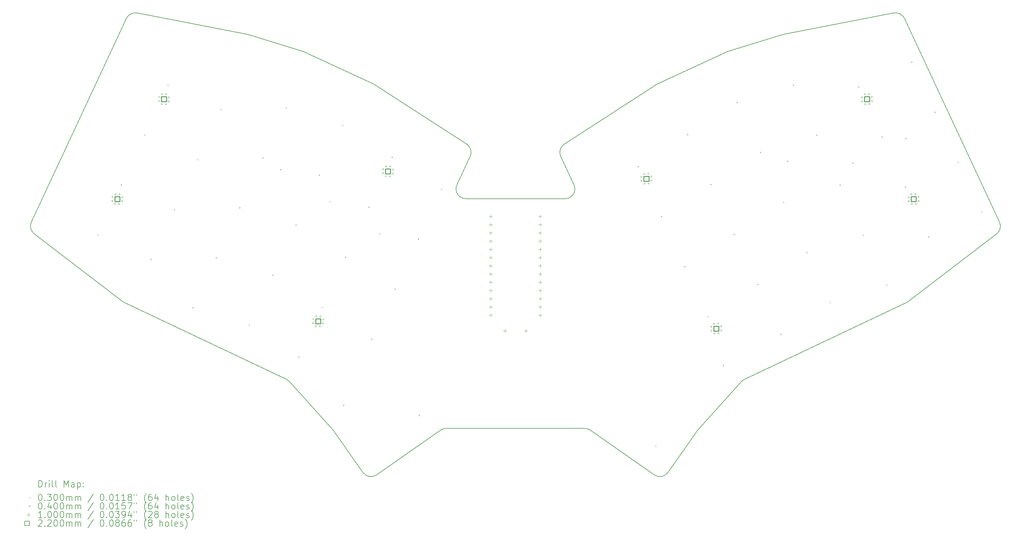
<source format=gbr>
%TF.GenerationSoftware,KiCad,Pcbnew,8.0.7*%
%TF.CreationDate,2024-12-23T04:43:13-05:00*%
%TF.ProjectId,choc,63686f63-2e6b-4696-9361-645f70636258,v1.0.0*%
%TF.SameCoordinates,Original*%
%TF.FileFunction,Drillmap*%
%TF.FilePolarity,Positive*%
%FSLAX45Y45*%
G04 Gerber Fmt 4.5, Leading zero omitted, Abs format (unit mm)*
G04 Created by KiCad (PCBNEW 8.0.7) date 2024-12-23 04:43:13*
%MOMM*%
%LPD*%
G01*
G04 APERTURE LIST*
%ADD10C,0.150000*%
%ADD11C,0.200000*%
%ADD12C,0.100000*%
%ADD13C,0.220000*%
G04 APERTURE END LIST*
D10*
X22625572Y-12342883D02*
G75*
G02*
X22734481Y-11964231I271868J126793D01*
G01*
X14260172Y-19280222D02*
X15612871Y-20782547D01*
X36147462Y-14365968D02*
X33220781Y-8089682D01*
X32891832Y-7921943D02*
X29494494Y-8580089D01*
X25930243Y-22090335D02*
G75*
G02*
X25512514Y-22163879I-245653J172185D01*
G01*
X33349984Y-16811009D02*
G75*
G02*
X33295564Y-16844262I-182714J237859D01*
G01*
X23034617Y-13220081D02*
G75*
G02*
X22762725Y-13646861I-271897J-126779D01*
G01*
X6404202Y-14730668D02*
G75*
G02*
X6315059Y-14365969I182728J237908D01*
G01*
X18920528Y-20784112D02*
G75*
G02*
X19092601Y-20729856I172072J-245738D01*
G01*
X22625572Y-12342883D02*
X23034617Y-13220081D01*
X27722926Y-9126042D02*
X25585369Y-10122801D01*
X25549171Y-10142827D02*
G75*
G02*
X25585369Y-10122800I163009J-251903D01*
G01*
X27722926Y-9126042D02*
G75*
G02*
X27761535Y-9111185I126864J-272088D01*
G01*
X32891832Y-7921943D02*
G75*
G02*
X33220779Y-8089683I57058J-294517D01*
G01*
X9166956Y-16844263D02*
G75*
G02*
X9112534Y-16811009I128355J271213D01*
G01*
X22762725Y-13646866D02*
X19699795Y-13646866D01*
X23369918Y-20729857D02*
G75*
G02*
X23541990Y-20784113I2J-299983D01*
G01*
X26826931Y-20811090D02*
G75*
G02*
X26849647Y-20782547I245439J-172020D01*
G01*
X16950009Y-22163884D02*
G75*
G02*
X16532276Y-22090334I-172079J245714D01*
G01*
X29463374Y-8587864D02*
X27761535Y-9111185D01*
X12968026Y-8580089D02*
X9570687Y-7921943D01*
X14165556Y-19209793D02*
G75*
G02*
X14260171Y-19280223I-128336J-271177D01*
G01*
X25930243Y-22090335D02*
X26826931Y-20811090D01*
X19427902Y-13220081D02*
X19836946Y-12342883D01*
X19699795Y-13646866D02*
G75*
G02*
X19427898Y-13220079I5J300007D01*
G01*
X26849648Y-20782547D02*
X28202347Y-19280222D01*
X9241738Y-8089682D02*
X6315058Y-14365968D01*
X9241738Y-8089682D02*
G75*
G02*
X9570687Y-7921945I271892J-126788D01*
G01*
X15612871Y-20782547D02*
G75*
G02*
X15635587Y-20811090I-222961J-200753D01*
G01*
X14700984Y-9111185D02*
G75*
G02*
X14739594Y-9126041I-88134J-286655D01*
G01*
X25549171Y-10142827D02*
X22734481Y-11964231D01*
X23541991Y-20784112D02*
X25512510Y-22163884D01*
X16950009Y-22163884D02*
X18920528Y-20784112D01*
X6404202Y-14730668D02*
X9112534Y-16811009D01*
X15635587Y-20811090D02*
X16532276Y-22090334D01*
X19092601Y-20729857D02*
X23369918Y-20729857D01*
X19728038Y-11964231D02*
X16913348Y-10142827D01*
X12968026Y-8580089D02*
G75*
G02*
X12999145Y-8587864I-57036J-294421D01*
G01*
X16877150Y-10122801D02*
X14739593Y-9126042D01*
X28202347Y-19280222D02*
G75*
G02*
X28296963Y-19209792I222983J-200788D01*
G01*
X36147461Y-14365968D02*
G75*
G02*
X36058316Y-14730666I-271901J-126782D01*
G01*
X9166956Y-16844263D02*
X14165556Y-19209793D01*
X28296963Y-19209793D02*
X33295564Y-16844263D01*
X16877150Y-10122801D02*
G75*
G02*
X16913348Y-10142828I-126680J-271699D01*
G01*
X33349984Y-16811009D02*
X36058317Y-14730668D01*
X14700984Y-9111185D02*
X12999145Y-8587864D01*
X29463374Y-8587864D02*
G75*
G02*
X29494494Y-8580089I88096J-286456D01*
G01*
X19728038Y-11964231D02*
G75*
G02*
X19836952Y-12342885I-162978J-251869D01*
G01*
D11*
D12*
X8352856Y-14746201D02*
X8382856Y-14776201D01*
X8382856Y-14746201D02*
X8352856Y-14776201D01*
X9071308Y-13205477D02*
X9101308Y-13235477D01*
X9101308Y-13205477D02*
X9071308Y-13235477D01*
X9789759Y-11664753D02*
X9819759Y-11694753D01*
X9819759Y-11664753D02*
X9789759Y-11694753D01*
X9984211Y-15506913D02*
X10014211Y-15536913D01*
X10014211Y-15506913D02*
X9984211Y-15536913D01*
X10508210Y-10124031D02*
X10538210Y-10154031D01*
X10538210Y-10124031D02*
X10508210Y-10154031D01*
X10702662Y-13966189D02*
X10732662Y-13996189D01*
X10732662Y-13966189D02*
X10702662Y-13996189D01*
X11277470Y-16992672D02*
X11307470Y-17022672D01*
X11307470Y-16992672D02*
X11277470Y-17022672D01*
X11421113Y-12425466D02*
X11451113Y-12455466D01*
X11451113Y-12425466D02*
X11421113Y-12455466D01*
X11995921Y-15451948D02*
X12025921Y-15481948D01*
X12025921Y-15451948D02*
X11995921Y-15481948D01*
X12139564Y-10884743D02*
X12169564Y-10914743D01*
X12169564Y-10884743D02*
X12139564Y-10914743D01*
X12714372Y-13911226D02*
X12744372Y-13941226D01*
X12744372Y-13911226D02*
X12714372Y-13941226D01*
X13014479Y-17526808D02*
X13044479Y-17556808D01*
X13044479Y-17526808D02*
X13014479Y-17556808D01*
X13432823Y-12370502D02*
X13462823Y-12400502D01*
X13462823Y-12370502D02*
X13432823Y-12400502D01*
X13732930Y-15986085D02*
X13762930Y-16016085D01*
X13762930Y-15986085D02*
X13732930Y-16016085D01*
X13975130Y-12733722D02*
X14005130Y-12763722D01*
X14005130Y-12733722D02*
X13975130Y-12763722D01*
X14151275Y-10829779D02*
X14181275Y-10859779D01*
X14181275Y-10829779D02*
X14151275Y-10859779D01*
X14451381Y-14445362D02*
X14481381Y-14475362D01*
X14481381Y-14445362D02*
X14451381Y-14475362D01*
X14540178Y-18514098D02*
X14570178Y-18544098D01*
X14570178Y-18514098D02*
X14540178Y-18544098D01*
X15169832Y-12904638D02*
X15199832Y-12934638D01*
X15199832Y-12904638D02*
X15169832Y-12934638D01*
X15258629Y-16973375D02*
X15288629Y-17003375D01*
X15288629Y-16973375D02*
X15258629Y-17003375D01*
X15500830Y-13721012D02*
X15530830Y-13751012D01*
X15530830Y-13721012D02*
X15500830Y-13751012D01*
X15888283Y-11363915D02*
X15918283Y-11393915D01*
X15918283Y-11363915D02*
X15888283Y-11393915D01*
X15918207Y-20002458D02*
X15948207Y-20032458D01*
X15948207Y-20002458D02*
X15918207Y-20032458D01*
X15977080Y-15432651D02*
X16007080Y-15462651D01*
X16007080Y-15432651D02*
X15977080Y-15462651D01*
X16695532Y-13891928D02*
X16725532Y-13921928D01*
X16725532Y-13891928D02*
X16695532Y-13921928D01*
X16784329Y-17960665D02*
X16814329Y-17990665D01*
X16814329Y-17960665D02*
X16784329Y-17990665D01*
X17026529Y-14708301D02*
X17056529Y-14738301D01*
X17056529Y-14708301D02*
X17026529Y-14738301D01*
X17413983Y-12351205D02*
X17443983Y-12381205D01*
X17443983Y-12351205D02*
X17413983Y-12381205D01*
X17502780Y-16419941D02*
X17532780Y-16449941D01*
X17532780Y-16419941D02*
X17502780Y-16449941D01*
X18221231Y-14879218D02*
X18251231Y-14909218D01*
X18251231Y-14879218D02*
X18221231Y-14909218D01*
X18247695Y-20314150D02*
X18277695Y-20344150D01*
X18277695Y-20314150D02*
X18247695Y-20344150D01*
X18939682Y-13338495D02*
X18969682Y-13368495D01*
X18969682Y-13338495D02*
X18939682Y-13368495D01*
X24992777Y-12639061D02*
X25022777Y-12669061D01*
X25022777Y-12639061D02*
X24992777Y-12669061D01*
X25540521Y-21263419D02*
X25570521Y-21293419D01*
X25570521Y-21263419D02*
X25540521Y-21293419D01*
X25711228Y-14179785D02*
X25741228Y-14209785D01*
X25741228Y-14179785D02*
X25711228Y-14209785D01*
X26429679Y-15720508D02*
X26459679Y-15750508D01*
X26459679Y-15720508D02*
X26429679Y-15750508D01*
X26518476Y-11651771D02*
X26548476Y-11681771D01*
X26548476Y-11651771D02*
X26518476Y-11681771D01*
X27148130Y-17261231D02*
X27178130Y-17291231D01*
X27178130Y-17261231D02*
X27148130Y-17291231D01*
X27236927Y-13192495D02*
X27266927Y-13222495D01*
X27266927Y-13192495D02*
X27236927Y-13222495D01*
X27621724Y-18772552D02*
X27651724Y-18802552D01*
X27651724Y-18772552D02*
X27621724Y-18802552D01*
X27955378Y-14733218D02*
X27985378Y-14763218D01*
X27985378Y-14733218D02*
X27955378Y-14763218D01*
X28044175Y-10664482D02*
X28074175Y-10694482D01*
X28074175Y-10664482D02*
X28044175Y-10694482D01*
X28673829Y-16273941D02*
X28703829Y-16303941D01*
X28703829Y-16273941D02*
X28673829Y-16303941D01*
X28762626Y-12205205D02*
X28792626Y-12235205D01*
X28792626Y-12205205D02*
X28762626Y-12235205D01*
X29392280Y-17814664D02*
X29422280Y-17844664D01*
X29422280Y-17814664D02*
X29392280Y-17844664D01*
X29481078Y-13745928D02*
X29511078Y-13775928D01*
X29511078Y-13745928D02*
X29481078Y-13775928D01*
X29600766Y-12476401D02*
X29630766Y-12506401D01*
X29630766Y-12476401D02*
X29600766Y-12506401D01*
X29781184Y-10130346D02*
X29811184Y-10160346D01*
X29811184Y-10130346D02*
X29781184Y-10160346D01*
X30199529Y-15286651D02*
X30229529Y-15316651D01*
X30229529Y-15286651D02*
X30199529Y-15316651D01*
X30499635Y-11671069D02*
X30529635Y-11701069D01*
X30529635Y-11671069D02*
X30499635Y-11701069D01*
X30917980Y-16827375D02*
X30947980Y-16857375D01*
X30947980Y-16827375D02*
X30917980Y-16857375D01*
X31218086Y-13211792D02*
X31248086Y-13241792D01*
X31248086Y-13211792D02*
X31218086Y-13241792D01*
X31612476Y-12531365D02*
X31642476Y-12561365D01*
X31642476Y-12531365D02*
X31612476Y-12561365D01*
X31792894Y-10185310D02*
X31822894Y-10215310D01*
X31822894Y-10185310D02*
X31792894Y-10215310D01*
X31936537Y-14752515D02*
X31966537Y-14782515D01*
X31966537Y-14752515D02*
X31936537Y-14782515D01*
X32511346Y-11726033D02*
X32541346Y-11756033D01*
X32541346Y-11726033D02*
X32511346Y-11756033D01*
X32654988Y-16293239D02*
X32684988Y-16323239D01*
X32684988Y-16293239D02*
X32654988Y-16323239D01*
X33229797Y-13266757D02*
X33259797Y-13296757D01*
X33259797Y-13266757D02*
X33229797Y-13296757D01*
X33243831Y-11770652D02*
X33273831Y-11800652D01*
X33273831Y-11770652D02*
X33243831Y-11800652D01*
X33424248Y-9424598D02*
X33454248Y-9454598D01*
X33454248Y-9424598D02*
X33424248Y-9454598D01*
X33948248Y-14807480D02*
X33978248Y-14837480D01*
X33978248Y-14807480D02*
X33948248Y-14837480D01*
X34142700Y-10965321D02*
X34172700Y-10995321D01*
X34172700Y-10965321D02*
X34142700Y-10995321D01*
X34861150Y-12506044D02*
X34891150Y-12536044D01*
X34891150Y-12506044D02*
X34861150Y-12536044D01*
X35579602Y-14046767D02*
X35609602Y-14076767D01*
X35609602Y-14046767D02*
X35579602Y-14076767D01*
X8826788Y-13715388D02*
G75*
G02*
X8786788Y-13715388I-20000J0D01*
G01*
X8786788Y-13715388D02*
G75*
G02*
X8826788Y-13715388I20000J0D01*
G01*
X8832296Y-13589223D02*
G75*
G02*
X8792296Y-13589223I-20000J0D01*
G01*
X8792296Y-13589223D02*
G75*
G02*
X8832296Y-13589223I20000J0D01*
G01*
X8912105Y-13808496D02*
G75*
G02*
X8872105Y-13808496I-20000J0D01*
G01*
X8872105Y-13808496D02*
G75*
G02*
X8912105Y-13808496I20000J0D01*
G01*
X8925404Y-13503906D02*
G75*
G02*
X8885404Y-13503906I-20000J0D01*
G01*
X8885404Y-13503906D02*
G75*
G02*
X8925404Y-13503906I20000J0D01*
G01*
X9038270Y-13814004D02*
G75*
G02*
X8998270Y-13814004I-20000J0D01*
G01*
X8998270Y-13814004D02*
G75*
G02*
X9038270Y-13814004I20000J0D01*
G01*
X9051569Y-13509414D02*
G75*
G02*
X9011569Y-13509414I-20000J0D01*
G01*
X9011569Y-13509414D02*
G75*
G02*
X9051569Y-13509414I20000J0D01*
G01*
X9131378Y-13728687D02*
G75*
G02*
X9091378Y-13728687I-20000J0D01*
G01*
X9091378Y-13728687D02*
G75*
G02*
X9131378Y-13728687I20000J0D01*
G01*
X9136886Y-13602522D02*
G75*
G02*
X9096886Y-13602522I-20000J0D01*
G01*
X9096886Y-13602522D02*
G75*
G02*
X9136886Y-13602522I20000J0D01*
G01*
X10263690Y-10633942D02*
G75*
G02*
X10223690Y-10633942I-20000J0D01*
G01*
X10223690Y-10633942D02*
G75*
G02*
X10263690Y-10633942I20000J0D01*
G01*
X10269198Y-10507777D02*
G75*
G02*
X10229198Y-10507777I-20000J0D01*
G01*
X10229198Y-10507777D02*
G75*
G02*
X10269198Y-10507777I20000J0D01*
G01*
X10349007Y-10727050D02*
G75*
G02*
X10309007Y-10727050I-20000J0D01*
G01*
X10309007Y-10727050D02*
G75*
G02*
X10349007Y-10727050I20000J0D01*
G01*
X10362306Y-10422459D02*
G75*
G02*
X10322306Y-10422459I-20000J0D01*
G01*
X10322306Y-10422459D02*
G75*
G02*
X10362306Y-10422459I20000J0D01*
G01*
X10475172Y-10732558D02*
G75*
G02*
X10435172Y-10732558I-20000J0D01*
G01*
X10435172Y-10732558D02*
G75*
G02*
X10475172Y-10732558I20000J0D01*
G01*
X10488471Y-10427968D02*
G75*
G02*
X10448471Y-10427968I-20000J0D01*
G01*
X10448471Y-10427968D02*
G75*
G02*
X10488471Y-10427968I20000J0D01*
G01*
X10568280Y-10647241D02*
G75*
G02*
X10528280Y-10647241I-20000J0D01*
G01*
X10528280Y-10647241D02*
G75*
G02*
X10568280Y-10647241I20000J0D01*
G01*
X10573788Y-10521075D02*
G75*
G02*
X10533788Y-10521075I-20000J0D01*
G01*
X10533788Y-10521075D02*
G75*
G02*
X10573788Y-10521075I20000J0D01*
G01*
X15014109Y-17483287D02*
G75*
G02*
X14974109Y-17483287I-20000J0D01*
G01*
X14974109Y-17483287D02*
G75*
G02*
X15014109Y-17483287I20000J0D01*
G01*
X15019617Y-17357121D02*
G75*
G02*
X14979617Y-17357121I-20000J0D01*
G01*
X14979617Y-17357121D02*
G75*
G02*
X15019617Y-17357121I20000J0D01*
G01*
X15099426Y-17576394D02*
G75*
G02*
X15059426Y-17576394I-20000J0D01*
G01*
X15059426Y-17576394D02*
G75*
G02*
X15099426Y-17576394I20000J0D01*
G01*
X15112725Y-17271804D02*
G75*
G02*
X15072725Y-17271804I-20000J0D01*
G01*
X15072725Y-17271804D02*
G75*
G02*
X15112725Y-17271804I20000J0D01*
G01*
X15225592Y-17581903D02*
G75*
G02*
X15185592Y-17581903I-20000J0D01*
G01*
X15185592Y-17581903D02*
G75*
G02*
X15225592Y-17581903I20000J0D01*
G01*
X15238890Y-17277312D02*
G75*
G02*
X15198890Y-17277312I-20000J0D01*
G01*
X15198890Y-17277312D02*
G75*
G02*
X15238890Y-17277312I20000J0D01*
G01*
X15318699Y-17496585D02*
G75*
G02*
X15278699Y-17496585I-20000J0D01*
G01*
X15278699Y-17496585D02*
G75*
G02*
X15318699Y-17496585I20000J0D01*
G01*
X15324208Y-17370420D02*
G75*
G02*
X15284208Y-17370420I-20000J0D01*
G01*
X15284208Y-17370420D02*
G75*
G02*
X15324208Y-17370420I20000J0D01*
G01*
X17169462Y-12861117D02*
G75*
G02*
X17129462Y-12861117I-20000J0D01*
G01*
X17129462Y-12861117D02*
G75*
G02*
X17169462Y-12861117I20000J0D01*
G01*
X17174970Y-12734951D02*
G75*
G02*
X17134970Y-12734951I-20000J0D01*
G01*
X17134970Y-12734951D02*
G75*
G02*
X17174970Y-12734951I20000J0D01*
G01*
X17254779Y-12954224D02*
G75*
G02*
X17214779Y-12954224I-20000J0D01*
G01*
X17214779Y-12954224D02*
G75*
G02*
X17254779Y-12954224I20000J0D01*
G01*
X17268078Y-12649634D02*
G75*
G02*
X17228078Y-12649634I-20000J0D01*
G01*
X17228078Y-12649634D02*
G75*
G02*
X17268078Y-12649634I20000J0D01*
G01*
X17380945Y-12959733D02*
G75*
G02*
X17340945Y-12959733I-20000J0D01*
G01*
X17340945Y-12959733D02*
G75*
G02*
X17380945Y-12959733I20000J0D01*
G01*
X17394243Y-12655142D02*
G75*
G02*
X17354243Y-12655142I-20000J0D01*
G01*
X17354243Y-12655142D02*
G75*
G02*
X17394243Y-12655142I20000J0D01*
G01*
X17474052Y-12874415D02*
G75*
G02*
X17434052Y-12874415I-20000J0D01*
G01*
X17434052Y-12874415D02*
G75*
G02*
X17474052Y-12874415I20000J0D01*
G01*
X17479561Y-12748250D02*
G75*
G02*
X17439561Y-12748250I-20000J0D01*
G01*
X17439561Y-12748250D02*
G75*
G02*
X17479561Y-12748250I20000J0D01*
G01*
X25128612Y-12974827D02*
G75*
G02*
X25088612Y-12974827I-20000J0D01*
G01*
X25088612Y-12974827D02*
G75*
G02*
X25128612Y-12974827I20000J0D01*
G01*
X25134121Y-13100992D02*
G75*
G02*
X25094121Y-13100992I-20000J0D01*
G01*
X25094121Y-13100992D02*
G75*
G02*
X25134121Y-13100992I20000J0D01*
G01*
X25213930Y-12881719D02*
G75*
G02*
X25173930Y-12881719I-20000J0D01*
G01*
X25173930Y-12881719D02*
G75*
G02*
X25213930Y-12881719I20000J0D01*
G01*
X25227229Y-13186309D02*
G75*
G02*
X25187229Y-13186309I-20000J0D01*
G01*
X25187229Y-13186309D02*
G75*
G02*
X25227229Y-13186309I20000J0D01*
G01*
X25340095Y-12876211D02*
G75*
G02*
X25300095Y-12876211I-20000J0D01*
G01*
X25300095Y-12876211D02*
G75*
G02*
X25340095Y-12876211I20000J0D01*
G01*
X25353394Y-13180801D02*
G75*
G02*
X25313394Y-13180801I-20000J0D01*
G01*
X25313394Y-13180801D02*
G75*
G02*
X25353394Y-13180801I20000J0D01*
G01*
X25433203Y-12961528D02*
G75*
G02*
X25393203Y-12961528I-20000J0D01*
G01*
X25393203Y-12961528D02*
G75*
G02*
X25433203Y-12961528I20000J0D01*
G01*
X25438711Y-13087693D02*
G75*
G02*
X25398711Y-13087693I-20000J0D01*
G01*
X25398711Y-13087693D02*
G75*
G02*
X25438711Y-13087693I20000J0D01*
G01*
X27283965Y-17596997D02*
G75*
G02*
X27243965Y-17596997I-20000J0D01*
G01*
X27243965Y-17596997D02*
G75*
G02*
X27283965Y-17596997I20000J0D01*
G01*
X27289474Y-17723162D02*
G75*
G02*
X27249474Y-17723162I-20000J0D01*
G01*
X27249474Y-17723162D02*
G75*
G02*
X27289474Y-17723162I20000J0D01*
G01*
X27369283Y-17503889D02*
G75*
G02*
X27329283Y-17503889I-20000J0D01*
G01*
X27329283Y-17503889D02*
G75*
G02*
X27369283Y-17503889I20000J0D01*
G01*
X27382582Y-17808479D02*
G75*
G02*
X27342582Y-17808479I-20000J0D01*
G01*
X27342582Y-17808479D02*
G75*
G02*
X27382582Y-17808479I20000J0D01*
G01*
X27495448Y-17498381D02*
G75*
G02*
X27455448Y-17498381I-20000J0D01*
G01*
X27455448Y-17498381D02*
G75*
G02*
X27495448Y-17498381I20000J0D01*
G01*
X27508747Y-17802971D02*
G75*
G02*
X27468747Y-17802971I-20000J0D01*
G01*
X27468747Y-17802971D02*
G75*
G02*
X27508747Y-17802971I20000J0D01*
G01*
X27588556Y-17583698D02*
G75*
G02*
X27548556Y-17583698I-20000J0D01*
G01*
X27548556Y-17583698D02*
G75*
G02*
X27588556Y-17583698I20000J0D01*
G01*
X27594064Y-17709863D02*
G75*
G02*
X27554064Y-17709863I-20000J0D01*
G01*
X27554064Y-17709863D02*
G75*
G02*
X27594064Y-17709863I20000J0D01*
G01*
X31928731Y-10521076D02*
G75*
G02*
X31888731Y-10521076I-20000J0D01*
G01*
X31888731Y-10521076D02*
G75*
G02*
X31928731Y-10521076I20000J0D01*
G01*
X31934239Y-10647241D02*
G75*
G02*
X31894239Y-10647241I-20000J0D01*
G01*
X31894239Y-10647241D02*
G75*
G02*
X31934239Y-10647241I20000J0D01*
G01*
X32014048Y-10427968D02*
G75*
G02*
X31974048Y-10427968I-20000J0D01*
G01*
X31974048Y-10427968D02*
G75*
G02*
X32014048Y-10427968I20000J0D01*
G01*
X32027347Y-10732558D02*
G75*
G02*
X31987347Y-10732558I-20000J0D01*
G01*
X31987347Y-10732558D02*
G75*
G02*
X32027347Y-10732558I20000J0D01*
G01*
X32140213Y-10422460D02*
G75*
G02*
X32100213Y-10422460I-20000J0D01*
G01*
X32100213Y-10422460D02*
G75*
G02*
X32140213Y-10422460I20000J0D01*
G01*
X32153512Y-10727050D02*
G75*
G02*
X32113512Y-10727050I-20000J0D01*
G01*
X32113512Y-10727050D02*
G75*
G02*
X32153512Y-10727050I20000J0D01*
G01*
X32233321Y-10507777D02*
G75*
G02*
X32193321Y-10507777I-20000J0D01*
G01*
X32193321Y-10507777D02*
G75*
G02*
X32233321Y-10507777I20000J0D01*
G01*
X32238829Y-10633942D02*
G75*
G02*
X32198829Y-10633942I-20000J0D01*
G01*
X32198829Y-10633942D02*
G75*
G02*
X32238829Y-10633942I20000J0D01*
G01*
X33365633Y-13602522D02*
G75*
G02*
X33325633Y-13602522I-20000J0D01*
G01*
X33325633Y-13602522D02*
G75*
G02*
X33365633Y-13602522I20000J0D01*
G01*
X33371141Y-13728687D02*
G75*
G02*
X33331141Y-13728687I-20000J0D01*
G01*
X33331141Y-13728687D02*
G75*
G02*
X33371141Y-13728687I20000J0D01*
G01*
X33450950Y-13509414D02*
G75*
G02*
X33410950Y-13509414I-20000J0D01*
G01*
X33410950Y-13509414D02*
G75*
G02*
X33450950Y-13509414I20000J0D01*
G01*
X33464249Y-13814005D02*
G75*
G02*
X33424249Y-13814005I-20000J0D01*
G01*
X33424249Y-13814005D02*
G75*
G02*
X33464249Y-13814005I20000J0D01*
G01*
X33577115Y-13503906D02*
G75*
G02*
X33537115Y-13503906I-20000J0D01*
G01*
X33537115Y-13503906D02*
G75*
G02*
X33577115Y-13503906I20000J0D01*
G01*
X33590414Y-13808496D02*
G75*
G02*
X33550414Y-13808496I-20000J0D01*
G01*
X33550414Y-13808496D02*
G75*
G02*
X33590414Y-13808496I20000J0D01*
G01*
X33670223Y-13589223D02*
G75*
G02*
X33630223Y-13589223I-20000J0D01*
G01*
X33630223Y-13589223D02*
G75*
G02*
X33670223Y-13589223I20000J0D01*
G01*
X33675732Y-13715388D02*
G75*
G02*
X33635732Y-13715388I-20000J0D01*
G01*
X33635732Y-13715388D02*
G75*
G02*
X33675732Y-13715388I20000J0D01*
G01*
X20469260Y-14901201D02*
X20469260Y-15001201D01*
X20419260Y-14951201D02*
X20519260Y-14951201D01*
X20469260Y-15155201D02*
X20469260Y-15255201D01*
X20419260Y-15205201D02*
X20519260Y-15205201D01*
X20469260Y-16679202D02*
X20469260Y-16779202D01*
X20419260Y-16729202D02*
X20519260Y-16729202D01*
X20469260Y-14139202D02*
X20469260Y-14239202D01*
X20419260Y-14189202D02*
X20519260Y-14189202D01*
X20469260Y-14393201D02*
X20469260Y-14493201D01*
X20419260Y-14443201D02*
X20519260Y-14443201D01*
X20469260Y-14647201D02*
X20469260Y-14747201D01*
X20419260Y-14697201D02*
X20519260Y-14697201D01*
X20469260Y-15409201D02*
X20469260Y-15509201D01*
X20419260Y-15459201D02*
X20519260Y-15459201D01*
X20469260Y-15917202D02*
X20469260Y-16017202D01*
X20419260Y-15967202D02*
X20519260Y-15967202D01*
X20469260Y-16171201D02*
X20469260Y-16271201D01*
X20419260Y-16221201D02*
X20519260Y-16221201D01*
X20469260Y-16425202D02*
X20469260Y-16525202D01*
X20419260Y-16475202D02*
X20519260Y-16475202D01*
X20469260Y-17187202D02*
X20469260Y-17287202D01*
X20419260Y-17237202D02*
X20519260Y-17237202D01*
X20469260Y-16933202D02*
X20469260Y-17033202D01*
X20419260Y-16983202D02*
X20519260Y-16983202D01*
X20469260Y-15663202D02*
X20469260Y-15763202D01*
X20419260Y-15713202D02*
X20519260Y-15713202D01*
X20906259Y-17672701D02*
X20906259Y-17772701D01*
X20856259Y-17722701D02*
X20956259Y-17722701D01*
X21556259Y-17672702D02*
X21556259Y-17772702D01*
X21506259Y-17722702D02*
X21606259Y-17722702D01*
X21993260Y-15663201D02*
X21993260Y-15763201D01*
X21943260Y-15713201D02*
X22043260Y-15713201D01*
X21993260Y-14393201D02*
X21993260Y-14493201D01*
X21943260Y-14443201D02*
X22043260Y-14443201D01*
X21993260Y-14139201D02*
X21993260Y-14239201D01*
X21943260Y-14189201D02*
X22043260Y-14189201D01*
X21993260Y-14901201D02*
X21993260Y-15001201D01*
X21943260Y-14951201D02*
X22043260Y-14951201D01*
X21993260Y-15155202D02*
X21993260Y-15255202D01*
X21943260Y-15205202D02*
X22043260Y-15205202D01*
X21993260Y-15409201D02*
X21993260Y-15509201D01*
X21943260Y-15459201D02*
X22043260Y-15459201D01*
X21993260Y-15917202D02*
X21993260Y-16017202D01*
X21943260Y-15967202D02*
X22043260Y-15967202D01*
X21993260Y-16679201D02*
X21993260Y-16779202D01*
X21943260Y-16729201D02*
X22043260Y-16729201D01*
X21993260Y-16933202D02*
X21993260Y-17033202D01*
X21943260Y-16983202D02*
X22043260Y-16983202D01*
X21993260Y-17187201D02*
X21993260Y-17287201D01*
X21943260Y-17237201D02*
X22043260Y-17237201D01*
X21993260Y-14647201D02*
X21993260Y-14747201D01*
X21943260Y-14697201D02*
X22043260Y-14697201D01*
X21993260Y-16171201D02*
X21993260Y-16271201D01*
X21943260Y-16221201D02*
X22043260Y-16221201D01*
X21993260Y-16425201D02*
X21993260Y-16525201D01*
X21943260Y-16475201D02*
X22043260Y-16475201D01*
D13*
X9039619Y-13736738D02*
X9039619Y-13581173D01*
X8884054Y-13581173D01*
X8884054Y-13736738D01*
X9039619Y-13736738D01*
X10476522Y-10655291D02*
X10476522Y-10499726D01*
X10320957Y-10499726D01*
X10320957Y-10655291D01*
X10476522Y-10655291D01*
X15226941Y-17504636D02*
X15226941Y-17349071D01*
X15071376Y-17349071D01*
X15071376Y-17504636D01*
X15226941Y-17504636D01*
X17382294Y-12882466D02*
X17382294Y-12726901D01*
X17226729Y-12726901D01*
X17226729Y-12882466D01*
X17382294Y-12882466D01*
X25341444Y-13109042D02*
X25341444Y-12953477D01*
X25185879Y-12953477D01*
X25185879Y-13109042D01*
X25341444Y-13109042D01*
X27496797Y-17731213D02*
X27496797Y-17575648D01*
X27341232Y-17575648D01*
X27341232Y-17731213D01*
X27496797Y-17731213D01*
X32141562Y-10655291D02*
X32141562Y-10499726D01*
X31985997Y-10499726D01*
X31985997Y-10655291D01*
X32141562Y-10655291D01*
X33578465Y-13736738D02*
X33578465Y-13581173D01*
X33422900Y-13581173D01*
X33422900Y-13736738D01*
X33578465Y-13736738D01*
D11*
X6540224Y-22537131D02*
X6540224Y-22337131D01*
X6540224Y-22337131D02*
X6587843Y-22337131D01*
X6587843Y-22337131D02*
X6616415Y-22346655D01*
X6616415Y-22346655D02*
X6635462Y-22365703D01*
X6635462Y-22365703D02*
X6644986Y-22384750D01*
X6644986Y-22384750D02*
X6654510Y-22422845D01*
X6654510Y-22422845D02*
X6654510Y-22451417D01*
X6654510Y-22451417D02*
X6644986Y-22489512D01*
X6644986Y-22489512D02*
X6635462Y-22508560D01*
X6635462Y-22508560D02*
X6616415Y-22527607D01*
X6616415Y-22527607D02*
X6587843Y-22537131D01*
X6587843Y-22537131D02*
X6540224Y-22537131D01*
X6740224Y-22537131D02*
X6740224Y-22403798D01*
X6740224Y-22441893D02*
X6749748Y-22422845D01*
X6749748Y-22422845D02*
X6759272Y-22413322D01*
X6759272Y-22413322D02*
X6778319Y-22403798D01*
X6778319Y-22403798D02*
X6797367Y-22403798D01*
X6864034Y-22537131D02*
X6864034Y-22403798D01*
X6864034Y-22337131D02*
X6854510Y-22346655D01*
X6854510Y-22346655D02*
X6864034Y-22356179D01*
X6864034Y-22356179D02*
X6873557Y-22346655D01*
X6873557Y-22346655D02*
X6864034Y-22337131D01*
X6864034Y-22337131D02*
X6864034Y-22356179D01*
X6987843Y-22537131D02*
X6968796Y-22527607D01*
X6968796Y-22527607D02*
X6959272Y-22508560D01*
X6959272Y-22508560D02*
X6959272Y-22337131D01*
X7092605Y-22537131D02*
X7073557Y-22527607D01*
X7073557Y-22527607D02*
X7064034Y-22508560D01*
X7064034Y-22508560D02*
X7064034Y-22337131D01*
X7321177Y-22537131D02*
X7321177Y-22337131D01*
X7321177Y-22337131D02*
X7387843Y-22479988D01*
X7387843Y-22479988D02*
X7454510Y-22337131D01*
X7454510Y-22337131D02*
X7454510Y-22537131D01*
X7635462Y-22537131D02*
X7635462Y-22432369D01*
X7635462Y-22432369D02*
X7625938Y-22413322D01*
X7625938Y-22413322D02*
X7606891Y-22403798D01*
X7606891Y-22403798D02*
X7568796Y-22403798D01*
X7568796Y-22403798D02*
X7549748Y-22413322D01*
X7635462Y-22527607D02*
X7616415Y-22537131D01*
X7616415Y-22537131D02*
X7568796Y-22537131D01*
X7568796Y-22537131D02*
X7549748Y-22527607D01*
X7549748Y-22527607D02*
X7540224Y-22508560D01*
X7540224Y-22508560D02*
X7540224Y-22489512D01*
X7540224Y-22489512D02*
X7549748Y-22470464D01*
X7549748Y-22470464D02*
X7568796Y-22460941D01*
X7568796Y-22460941D02*
X7616415Y-22460941D01*
X7616415Y-22460941D02*
X7635462Y-22451417D01*
X7730700Y-22403798D02*
X7730700Y-22603798D01*
X7730700Y-22413322D02*
X7749748Y-22403798D01*
X7749748Y-22403798D02*
X7787843Y-22403798D01*
X7787843Y-22403798D02*
X7806891Y-22413322D01*
X7806891Y-22413322D02*
X7816415Y-22422845D01*
X7816415Y-22422845D02*
X7825938Y-22441893D01*
X7825938Y-22441893D02*
X7825938Y-22499036D01*
X7825938Y-22499036D02*
X7816415Y-22518083D01*
X7816415Y-22518083D02*
X7806891Y-22527607D01*
X7806891Y-22527607D02*
X7787843Y-22537131D01*
X7787843Y-22537131D02*
X7749748Y-22537131D01*
X7749748Y-22537131D02*
X7730700Y-22527607D01*
X7911653Y-22518083D02*
X7921177Y-22527607D01*
X7921177Y-22527607D02*
X7911653Y-22537131D01*
X7911653Y-22537131D02*
X7902129Y-22527607D01*
X7902129Y-22527607D02*
X7911653Y-22518083D01*
X7911653Y-22518083D02*
X7911653Y-22537131D01*
X7911653Y-22413322D02*
X7921177Y-22422845D01*
X7921177Y-22422845D02*
X7911653Y-22432369D01*
X7911653Y-22432369D02*
X7902129Y-22422845D01*
X7902129Y-22422845D02*
X7911653Y-22413322D01*
X7911653Y-22413322D02*
X7911653Y-22432369D01*
D12*
X6249447Y-22850647D02*
X6279447Y-22880647D01*
X6279447Y-22850647D02*
X6249447Y-22880647D01*
D11*
X6578319Y-22757131D02*
X6597367Y-22757131D01*
X6597367Y-22757131D02*
X6616415Y-22766655D01*
X6616415Y-22766655D02*
X6625938Y-22776179D01*
X6625938Y-22776179D02*
X6635462Y-22795226D01*
X6635462Y-22795226D02*
X6644986Y-22833322D01*
X6644986Y-22833322D02*
X6644986Y-22880941D01*
X6644986Y-22880941D02*
X6635462Y-22919036D01*
X6635462Y-22919036D02*
X6625938Y-22938083D01*
X6625938Y-22938083D02*
X6616415Y-22947607D01*
X6616415Y-22947607D02*
X6597367Y-22957131D01*
X6597367Y-22957131D02*
X6578319Y-22957131D01*
X6578319Y-22957131D02*
X6559272Y-22947607D01*
X6559272Y-22947607D02*
X6549748Y-22938083D01*
X6549748Y-22938083D02*
X6540224Y-22919036D01*
X6540224Y-22919036D02*
X6530700Y-22880941D01*
X6530700Y-22880941D02*
X6530700Y-22833322D01*
X6530700Y-22833322D02*
X6540224Y-22795226D01*
X6540224Y-22795226D02*
X6549748Y-22776179D01*
X6549748Y-22776179D02*
X6559272Y-22766655D01*
X6559272Y-22766655D02*
X6578319Y-22757131D01*
X6730700Y-22938083D02*
X6740224Y-22947607D01*
X6740224Y-22947607D02*
X6730700Y-22957131D01*
X6730700Y-22957131D02*
X6721177Y-22947607D01*
X6721177Y-22947607D02*
X6730700Y-22938083D01*
X6730700Y-22938083D02*
X6730700Y-22957131D01*
X6806891Y-22757131D02*
X6930700Y-22757131D01*
X6930700Y-22757131D02*
X6864034Y-22833322D01*
X6864034Y-22833322D02*
X6892605Y-22833322D01*
X6892605Y-22833322D02*
X6911653Y-22842845D01*
X6911653Y-22842845D02*
X6921177Y-22852369D01*
X6921177Y-22852369D02*
X6930700Y-22871417D01*
X6930700Y-22871417D02*
X6930700Y-22919036D01*
X6930700Y-22919036D02*
X6921177Y-22938083D01*
X6921177Y-22938083D02*
X6911653Y-22947607D01*
X6911653Y-22947607D02*
X6892605Y-22957131D01*
X6892605Y-22957131D02*
X6835462Y-22957131D01*
X6835462Y-22957131D02*
X6816415Y-22947607D01*
X6816415Y-22947607D02*
X6806891Y-22938083D01*
X7054510Y-22757131D02*
X7073558Y-22757131D01*
X7073558Y-22757131D02*
X7092605Y-22766655D01*
X7092605Y-22766655D02*
X7102129Y-22776179D01*
X7102129Y-22776179D02*
X7111653Y-22795226D01*
X7111653Y-22795226D02*
X7121177Y-22833322D01*
X7121177Y-22833322D02*
X7121177Y-22880941D01*
X7121177Y-22880941D02*
X7111653Y-22919036D01*
X7111653Y-22919036D02*
X7102129Y-22938083D01*
X7102129Y-22938083D02*
X7092605Y-22947607D01*
X7092605Y-22947607D02*
X7073558Y-22957131D01*
X7073558Y-22957131D02*
X7054510Y-22957131D01*
X7054510Y-22957131D02*
X7035462Y-22947607D01*
X7035462Y-22947607D02*
X7025938Y-22938083D01*
X7025938Y-22938083D02*
X7016415Y-22919036D01*
X7016415Y-22919036D02*
X7006891Y-22880941D01*
X7006891Y-22880941D02*
X7006891Y-22833322D01*
X7006891Y-22833322D02*
X7016415Y-22795226D01*
X7016415Y-22795226D02*
X7025938Y-22776179D01*
X7025938Y-22776179D02*
X7035462Y-22766655D01*
X7035462Y-22766655D02*
X7054510Y-22757131D01*
X7244986Y-22757131D02*
X7264034Y-22757131D01*
X7264034Y-22757131D02*
X7283081Y-22766655D01*
X7283081Y-22766655D02*
X7292605Y-22776179D01*
X7292605Y-22776179D02*
X7302129Y-22795226D01*
X7302129Y-22795226D02*
X7311653Y-22833322D01*
X7311653Y-22833322D02*
X7311653Y-22880941D01*
X7311653Y-22880941D02*
X7302129Y-22919036D01*
X7302129Y-22919036D02*
X7292605Y-22938083D01*
X7292605Y-22938083D02*
X7283081Y-22947607D01*
X7283081Y-22947607D02*
X7264034Y-22957131D01*
X7264034Y-22957131D02*
X7244986Y-22957131D01*
X7244986Y-22957131D02*
X7225938Y-22947607D01*
X7225938Y-22947607D02*
X7216415Y-22938083D01*
X7216415Y-22938083D02*
X7206891Y-22919036D01*
X7206891Y-22919036D02*
X7197367Y-22880941D01*
X7197367Y-22880941D02*
X7197367Y-22833322D01*
X7197367Y-22833322D02*
X7206891Y-22795226D01*
X7206891Y-22795226D02*
X7216415Y-22776179D01*
X7216415Y-22776179D02*
X7225938Y-22766655D01*
X7225938Y-22766655D02*
X7244986Y-22757131D01*
X7397367Y-22957131D02*
X7397367Y-22823798D01*
X7397367Y-22842845D02*
X7406891Y-22833322D01*
X7406891Y-22833322D02*
X7425938Y-22823798D01*
X7425938Y-22823798D02*
X7454510Y-22823798D01*
X7454510Y-22823798D02*
X7473558Y-22833322D01*
X7473558Y-22833322D02*
X7483081Y-22852369D01*
X7483081Y-22852369D02*
X7483081Y-22957131D01*
X7483081Y-22852369D02*
X7492605Y-22833322D01*
X7492605Y-22833322D02*
X7511653Y-22823798D01*
X7511653Y-22823798D02*
X7540224Y-22823798D01*
X7540224Y-22823798D02*
X7559272Y-22833322D01*
X7559272Y-22833322D02*
X7568796Y-22852369D01*
X7568796Y-22852369D02*
X7568796Y-22957131D01*
X7664034Y-22957131D02*
X7664034Y-22823798D01*
X7664034Y-22842845D02*
X7673558Y-22833322D01*
X7673558Y-22833322D02*
X7692605Y-22823798D01*
X7692605Y-22823798D02*
X7721177Y-22823798D01*
X7721177Y-22823798D02*
X7740224Y-22833322D01*
X7740224Y-22833322D02*
X7749748Y-22852369D01*
X7749748Y-22852369D02*
X7749748Y-22957131D01*
X7749748Y-22852369D02*
X7759272Y-22833322D01*
X7759272Y-22833322D02*
X7778319Y-22823798D01*
X7778319Y-22823798D02*
X7806891Y-22823798D01*
X7806891Y-22823798D02*
X7825939Y-22833322D01*
X7825939Y-22833322D02*
X7835462Y-22852369D01*
X7835462Y-22852369D02*
X7835462Y-22957131D01*
X8225939Y-22747607D02*
X8054510Y-23004750D01*
X8483082Y-22757131D02*
X8502129Y-22757131D01*
X8502129Y-22757131D02*
X8521177Y-22766655D01*
X8521177Y-22766655D02*
X8530701Y-22776179D01*
X8530701Y-22776179D02*
X8540224Y-22795226D01*
X8540224Y-22795226D02*
X8549748Y-22833322D01*
X8549748Y-22833322D02*
X8549748Y-22880941D01*
X8549748Y-22880941D02*
X8540224Y-22919036D01*
X8540224Y-22919036D02*
X8530701Y-22938083D01*
X8530701Y-22938083D02*
X8521177Y-22947607D01*
X8521177Y-22947607D02*
X8502129Y-22957131D01*
X8502129Y-22957131D02*
X8483082Y-22957131D01*
X8483082Y-22957131D02*
X8464034Y-22947607D01*
X8464034Y-22947607D02*
X8454510Y-22938083D01*
X8454510Y-22938083D02*
X8444986Y-22919036D01*
X8444986Y-22919036D02*
X8435463Y-22880941D01*
X8435463Y-22880941D02*
X8435463Y-22833322D01*
X8435463Y-22833322D02*
X8444986Y-22795226D01*
X8444986Y-22795226D02*
X8454510Y-22776179D01*
X8454510Y-22776179D02*
X8464034Y-22766655D01*
X8464034Y-22766655D02*
X8483082Y-22757131D01*
X8635463Y-22938083D02*
X8644986Y-22947607D01*
X8644986Y-22947607D02*
X8635463Y-22957131D01*
X8635463Y-22957131D02*
X8625939Y-22947607D01*
X8625939Y-22947607D02*
X8635463Y-22938083D01*
X8635463Y-22938083D02*
X8635463Y-22957131D01*
X8768796Y-22757131D02*
X8787844Y-22757131D01*
X8787844Y-22757131D02*
X8806891Y-22766655D01*
X8806891Y-22766655D02*
X8816415Y-22776179D01*
X8816415Y-22776179D02*
X8825939Y-22795226D01*
X8825939Y-22795226D02*
X8835463Y-22833322D01*
X8835463Y-22833322D02*
X8835463Y-22880941D01*
X8835463Y-22880941D02*
X8825939Y-22919036D01*
X8825939Y-22919036D02*
X8816415Y-22938083D01*
X8816415Y-22938083D02*
X8806891Y-22947607D01*
X8806891Y-22947607D02*
X8787844Y-22957131D01*
X8787844Y-22957131D02*
X8768796Y-22957131D01*
X8768796Y-22957131D02*
X8749748Y-22947607D01*
X8749748Y-22947607D02*
X8740224Y-22938083D01*
X8740224Y-22938083D02*
X8730701Y-22919036D01*
X8730701Y-22919036D02*
X8721177Y-22880941D01*
X8721177Y-22880941D02*
X8721177Y-22833322D01*
X8721177Y-22833322D02*
X8730701Y-22795226D01*
X8730701Y-22795226D02*
X8740224Y-22776179D01*
X8740224Y-22776179D02*
X8749748Y-22766655D01*
X8749748Y-22766655D02*
X8768796Y-22757131D01*
X9025939Y-22957131D02*
X8911653Y-22957131D01*
X8968796Y-22957131D02*
X8968796Y-22757131D01*
X8968796Y-22757131D02*
X8949748Y-22785703D01*
X8949748Y-22785703D02*
X8930701Y-22804750D01*
X8930701Y-22804750D02*
X8911653Y-22814274D01*
X9216415Y-22957131D02*
X9102129Y-22957131D01*
X9159272Y-22957131D02*
X9159272Y-22757131D01*
X9159272Y-22757131D02*
X9140224Y-22785703D01*
X9140224Y-22785703D02*
X9121177Y-22804750D01*
X9121177Y-22804750D02*
X9102129Y-22814274D01*
X9330701Y-22842845D02*
X9311653Y-22833322D01*
X9311653Y-22833322D02*
X9302129Y-22823798D01*
X9302129Y-22823798D02*
X9292605Y-22804750D01*
X9292605Y-22804750D02*
X9292605Y-22795226D01*
X9292605Y-22795226D02*
X9302129Y-22776179D01*
X9302129Y-22776179D02*
X9311653Y-22766655D01*
X9311653Y-22766655D02*
X9330701Y-22757131D01*
X9330701Y-22757131D02*
X9368796Y-22757131D01*
X9368796Y-22757131D02*
X9387844Y-22766655D01*
X9387844Y-22766655D02*
X9397367Y-22776179D01*
X9397367Y-22776179D02*
X9406891Y-22795226D01*
X9406891Y-22795226D02*
X9406891Y-22804750D01*
X9406891Y-22804750D02*
X9397367Y-22823798D01*
X9397367Y-22823798D02*
X9387844Y-22833322D01*
X9387844Y-22833322D02*
X9368796Y-22842845D01*
X9368796Y-22842845D02*
X9330701Y-22842845D01*
X9330701Y-22842845D02*
X9311653Y-22852369D01*
X9311653Y-22852369D02*
X9302129Y-22861893D01*
X9302129Y-22861893D02*
X9292605Y-22880941D01*
X9292605Y-22880941D02*
X9292605Y-22919036D01*
X9292605Y-22919036D02*
X9302129Y-22938083D01*
X9302129Y-22938083D02*
X9311653Y-22947607D01*
X9311653Y-22947607D02*
X9330701Y-22957131D01*
X9330701Y-22957131D02*
X9368796Y-22957131D01*
X9368796Y-22957131D02*
X9387844Y-22947607D01*
X9387844Y-22947607D02*
X9397367Y-22938083D01*
X9397367Y-22938083D02*
X9406891Y-22919036D01*
X9406891Y-22919036D02*
X9406891Y-22880941D01*
X9406891Y-22880941D02*
X9397367Y-22861893D01*
X9397367Y-22861893D02*
X9387844Y-22852369D01*
X9387844Y-22852369D02*
X9368796Y-22842845D01*
X9483082Y-22757131D02*
X9483082Y-22795226D01*
X9559272Y-22757131D02*
X9559272Y-22795226D01*
X9854510Y-23033322D02*
X9844986Y-23023798D01*
X9844986Y-23023798D02*
X9825939Y-22995226D01*
X9825939Y-22995226D02*
X9816415Y-22976179D01*
X9816415Y-22976179D02*
X9806891Y-22947607D01*
X9806891Y-22947607D02*
X9797367Y-22899988D01*
X9797367Y-22899988D02*
X9797367Y-22861893D01*
X9797367Y-22861893D02*
X9806891Y-22814274D01*
X9806891Y-22814274D02*
X9816415Y-22785703D01*
X9816415Y-22785703D02*
X9825939Y-22766655D01*
X9825939Y-22766655D02*
X9844986Y-22738083D01*
X9844986Y-22738083D02*
X9854510Y-22728560D01*
X10016415Y-22757131D02*
X9978320Y-22757131D01*
X9978320Y-22757131D02*
X9959272Y-22766655D01*
X9959272Y-22766655D02*
X9949748Y-22776179D01*
X9949748Y-22776179D02*
X9930701Y-22804750D01*
X9930701Y-22804750D02*
X9921177Y-22842845D01*
X9921177Y-22842845D02*
X9921177Y-22919036D01*
X9921177Y-22919036D02*
X9930701Y-22938083D01*
X9930701Y-22938083D02*
X9940225Y-22947607D01*
X9940225Y-22947607D02*
X9959272Y-22957131D01*
X9959272Y-22957131D02*
X9997367Y-22957131D01*
X9997367Y-22957131D02*
X10016415Y-22947607D01*
X10016415Y-22947607D02*
X10025939Y-22938083D01*
X10025939Y-22938083D02*
X10035463Y-22919036D01*
X10035463Y-22919036D02*
X10035463Y-22871417D01*
X10035463Y-22871417D02*
X10025939Y-22852369D01*
X10025939Y-22852369D02*
X10016415Y-22842845D01*
X10016415Y-22842845D02*
X9997367Y-22833322D01*
X9997367Y-22833322D02*
X9959272Y-22833322D01*
X9959272Y-22833322D02*
X9940225Y-22842845D01*
X9940225Y-22842845D02*
X9930701Y-22852369D01*
X9930701Y-22852369D02*
X9921177Y-22871417D01*
X10206891Y-22823798D02*
X10206891Y-22957131D01*
X10159272Y-22747607D02*
X10111653Y-22890464D01*
X10111653Y-22890464D02*
X10235463Y-22890464D01*
X10464034Y-22957131D02*
X10464034Y-22757131D01*
X10549748Y-22957131D02*
X10549748Y-22852369D01*
X10549748Y-22852369D02*
X10540225Y-22833322D01*
X10540225Y-22833322D02*
X10521177Y-22823798D01*
X10521177Y-22823798D02*
X10492606Y-22823798D01*
X10492606Y-22823798D02*
X10473558Y-22833322D01*
X10473558Y-22833322D02*
X10464034Y-22842845D01*
X10673558Y-22957131D02*
X10654510Y-22947607D01*
X10654510Y-22947607D02*
X10644987Y-22938083D01*
X10644987Y-22938083D02*
X10635463Y-22919036D01*
X10635463Y-22919036D02*
X10635463Y-22861893D01*
X10635463Y-22861893D02*
X10644987Y-22842845D01*
X10644987Y-22842845D02*
X10654510Y-22833322D01*
X10654510Y-22833322D02*
X10673558Y-22823798D01*
X10673558Y-22823798D02*
X10702129Y-22823798D01*
X10702129Y-22823798D02*
X10721177Y-22833322D01*
X10721177Y-22833322D02*
X10730701Y-22842845D01*
X10730701Y-22842845D02*
X10740225Y-22861893D01*
X10740225Y-22861893D02*
X10740225Y-22919036D01*
X10740225Y-22919036D02*
X10730701Y-22938083D01*
X10730701Y-22938083D02*
X10721177Y-22947607D01*
X10721177Y-22947607D02*
X10702129Y-22957131D01*
X10702129Y-22957131D02*
X10673558Y-22957131D01*
X10854510Y-22957131D02*
X10835463Y-22947607D01*
X10835463Y-22947607D02*
X10825939Y-22928560D01*
X10825939Y-22928560D02*
X10825939Y-22757131D01*
X11006891Y-22947607D02*
X10987844Y-22957131D01*
X10987844Y-22957131D02*
X10949748Y-22957131D01*
X10949748Y-22957131D02*
X10930701Y-22947607D01*
X10930701Y-22947607D02*
X10921177Y-22928560D01*
X10921177Y-22928560D02*
X10921177Y-22852369D01*
X10921177Y-22852369D02*
X10930701Y-22833322D01*
X10930701Y-22833322D02*
X10949748Y-22823798D01*
X10949748Y-22823798D02*
X10987844Y-22823798D01*
X10987844Y-22823798D02*
X11006891Y-22833322D01*
X11006891Y-22833322D02*
X11016415Y-22852369D01*
X11016415Y-22852369D02*
X11016415Y-22871417D01*
X11016415Y-22871417D02*
X10921177Y-22890464D01*
X11092606Y-22947607D02*
X11111653Y-22957131D01*
X11111653Y-22957131D02*
X11149748Y-22957131D01*
X11149748Y-22957131D02*
X11168796Y-22947607D01*
X11168796Y-22947607D02*
X11178320Y-22928560D01*
X11178320Y-22928560D02*
X11178320Y-22919036D01*
X11178320Y-22919036D02*
X11168796Y-22899988D01*
X11168796Y-22899988D02*
X11149748Y-22890464D01*
X11149748Y-22890464D02*
X11121177Y-22890464D01*
X11121177Y-22890464D02*
X11102129Y-22880941D01*
X11102129Y-22880941D02*
X11092606Y-22861893D01*
X11092606Y-22861893D02*
X11092606Y-22852369D01*
X11092606Y-22852369D02*
X11102129Y-22833322D01*
X11102129Y-22833322D02*
X11121177Y-22823798D01*
X11121177Y-22823798D02*
X11149748Y-22823798D01*
X11149748Y-22823798D02*
X11168796Y-22833322D01*
X11244987Y-23033322D02*
X11254510Y-23023798D01*
X11254510Y-23023798D02*
X11273558Y-22995226D01*
X11273558Y-22995226D02*
X11283082Y-22976179D01*
X11283082Y-22976179D02*
X11292606Y-22947607D01*
X11292606Y-22947607D02*
X11302129Y-22899988D01*
X11302129Y-22899988D02*
X11302129Y-22861893D01*
X11302129Y-22861893D02*
X11292606Y-22814274D01*
X11292606Y-22814274D02*
X11283082Y-22785703D01*
X11283082Y-22785703D02*
X11273558Y-22766655D01*
X11273558Y-22766655D02*
X11254510Y-22738083D01*
X11254510Y-22738083D02*
X11244987Y-22728560D01*
D12*
X6279447Y-23129647D02*
G75*
G02*
X6239447Y-23129647I-20000J0D01*
G01*
X6239447Y-23129647D02*
G75*
G02*
X6279447Y-23129647I20000J0D01*
G01*
D11*
X6578319Y-23021131D02*
X6597367Y-23021131D01*
X6597367Y-23021131D02*
X6616415Y-23030655D01*
X6616415Y-23030655D02*
X6625938Y-23040179D01*
X6625938Y-23040179D02*
X6635462Y-23059226D01*
X6635462Y-23059226D02*
X6644986Y-23097322D01*
X6644986Y-23097322D02*
X6644986Y-23144941D01*
X6644986Y-23144941D02*
X6635462Y-23183036D01*
X6635462Y-23183036D02*
X6625938Y-23202083D01*
X6625938Y-23202083D02*
X6616415Y-23211607D01*
X6616415Y-23211607D02*
X6597367Y-23221131D01*
X6597367Y-23221131D02*
X6578319Y-23221131D01*
X6578319Y-23221131D02*
X6559272Y-23211607D01*
X6559272Y-23211607D02*
X6549748Y-23202083D01*
X6549748Y-23202083D02*
X6540224Y-23183036D01*
X6540224Y-23183036D02*
X6530700Y-23144941D01*
X6530700Y-23144941D02*
X6530700Y-23097322D01*
X6530700Y-23097322D02*
X6540224Y-23059226D01*
X6540224Y-23059226D02*
X6549748Y-23040179D01*
X6549748Y-23040179D02*
X6559272Y-23030655D01*
X6559272Y-23030655D02*
X6578319Y-23021131D01*
X6730700Y-23202083D02*
X6740224Y-23211607D01*
X6740224Y-23211607D02*
X6730700Y-23221131D01*
X6730700Y-23221131D02*
X6721177Y-23211607D01*
X6721177Y-23211607D02*
X6730700Y-23202083D01*
X6730700Y-23202083D02*
X6730700Y-23221131D01*
X6911653Y-23087798D02*
X6911653Y-23221131D01*
X6864034Y-23011607D02*
X6816415Y-23154464D01*
X6816415Y-23154464D02*
X6940224Y-23154464D01*
X7054510Y-23021131D02*
X7073558Y-23021131D01*
X7073558Y-23021131D02*
X7092605Y-23030655D01*
X7092605Y-23030655D02*
X7102129Y-23040179D01*
X7102129Y-23040179D02*
X7111653Y-23059226D01*
X7111653Y-23059226D02*
X7121177Y-23097322D01*
X7121177Y-23097322D02*
X7121177Y-23144941D01*
X7121177Y-23144941D02*
X7111653Y-23183036D01*
X7111653Y-23183036D02*
X7102129Y-23202083D01*
X7102129Y-23202083D02*
X7092605Y-23211607D01*
X7092605Y-23211607D02*
X7073558Y-23221131D01*
X7073558Y-23221131D02*
X7054510Y-23221131D01*
X7054510Y-23221131D02*
X7035462Y-23211607D01*
X7035462Y-23211607D02*
X7025938Y-23202083D01*
X7025938Y-23202083D02*
X7016415Y-23183036D01*
X7016415Y-23183036D02*
X7006891Y-23144941D01*
X7006891Y-23144941D02*
X7006891Y-23097322D01*
X7006891Y-23097322D02*
X7016415Y-23059226D01*
X7016415Y-23059226D02*
X7025938Y-23040179D01*
X7025938Y-23040179D02*
X7035462Y-23030655D01*
X7035462Y-23030655D02*
X7054510Y-23021131D01*
X7244986Y-23021131D02*
X7264034Y-23021131D01*
X7264034Y-23021131D02*
X7283081Y-23030655D01*
X7283081Y-23030655D02*
X7292605Y-23040179D01*
X7292605Y-23040179D02*
X7302129Y-23059226D01*
X7302129Y-23059226D02*
X7311653Y-23097322D01*
X7311653Y-23097322D02*
X7311653Y-23144941D01*
X7311653Y-23144941D02*
X7302129Y-23183036D01*
X7302129Y-23183036D02*
X7292605Y-23202083D01*
X7292605Y-23202083D02*
X7283081Y-23211607D01*
X7283081Y-23211607D02*
X7264034Y-23221131D01*
X7264034Y-23221131D02*
X7244986Y-23221131D01*
X7244986Y-23221131D02*
X7225938Y-23211607D01*
X7225938Y-23211607D02*
X7216415Y-23202083D01*
X7216415Y-23202083D02*
X7206891Y-23183036D01*
X7206891Y-23183036D02*
X7197367Y-23144941D01*
X7197367Y-23144941D02*
X7197367Y-23097322D01*
X7197367Y-23097322D02*
X7206891Y-23059226D01*
X7206891Y-23059226D02*
X7216415Y-23040179D01*
X7216415Y-23040179D02*
X7225938Y-23030655D01*
X7225938Y-23030655D02*
X7244986Y-23021131D01*
X7397367Y-23221131D02*
X7397367Y-23087798D01*
X7397367Y-23106845D02*
X7406891Y-23097322D01*
X7406891Y-23097322D02*
X7425938Y-23087798D01*
X7425938Y-23087798D02*
X7454510Y-23087798D01*
X7454510Y-23087798D02*
X7473558Y-23097322D01*
X7473558Y-23097322D02*
X7483081Y-23116369D01*
X7483081Y-23116369D02*
X7483081Y-23221131D01*
X7483081Y-23116369D02*
X7492605Y-23097322D01*
X7492605Y-23097322D02*
X7511653Y-23087798D01*
X7511653Y-23087798D02*
X7540224Y-23087798D01*
X7540224Y-23087798D02*
X7559272Y-23097322D01*
X7559272Y-23097322D02*
X7568796Y-23116369D01*
X7568796Y-23116369D02*
X7568796Y-23221131D01*
X7664034Y-23221131D02*
X7664034Y-23087798D01*
X7664034Y-23106845D02*
X7673558Y-23097322D01*
X7673558Y-23097322D02*
X7692605Y-23087798D01*
X7692605Y-23087798D02*
X7721177Y-23087798D01*
X7721177Y-23087798D02*
X7740224Y-23097322D01*
X7740224Y-23097322D02*
X7749748Y-23116369D01*
X7749748Y-23116369D02*
X7749748Y-23221131D01*
X7749748Y-23116369D02*
X7759272Y-23097322D01*
X7759272Y-23097322D02*
X7778319Y-23087798D01*
X7778319Y-23087798D02*
X7806891Y-23087798D01*
X7806891Y-23087798D02*
X7825939Y-23097322D01*
X7825939Y-23097322D02*
X7835462Y-23116369D01*
X7835462Y-23116369D02*
X7835462Y-23221131D01*
X8225939Y-23011607D02*
X8054510Y-23268750D01*
X8483082Y-23021131D02*
X8502129Y-23021131D01*
X8502129Y-23021131D02*
X8521177Y-23030655D01*
X8521177Y-23030655D02*
X8530701Y-23040179D01*
X8530701Y-23040179D02*
X8540224Y-23059226D01*
X8540224Y-23059226D02*
X8549748Y-23097322D01*
X8549748Y-23097322D02*
X8549748Y-23144941D01*
X8549748Y-23144941D02*
X8540224Y-23183036D01*
X8540224Y-23183036D02*
X8530701Y-23202083D01*
X8530701Y-23202083D02*
X8521177Y-23211607D01*
X8521177Y-23211607D02*
X8502129Y-23221131D01*
X8502129Y-23221131D02*
X8483082Y-23221131D01*
X8483082Y-23221131D02*
X8464034Y-23211607D01*
X8464034Y-23211607D02*
X8454510Y-23202083D01*
X8454510Y-23202083D02*
X8444986Y-23183036D01*
X8444986Y-23183036D02*
X8435463Y-23144941D01*
X8435463Y-23144941D02*
X8435463Y-23097322D01*
X8435463Y-23097322D02*
X8444986Y-23059226D01*
X8444986Y-23059226D02*
X8454510Y-23040179D01*
X8454510Y-23040179D02*
X8464034Y-23030655D01*
X8464034Y-23030655D02*
X8483082Y-23021131D01*
X8635463Y-23202083D02*
X8644986Y-23211607D01*
X8644986Y-23211607D02*
X8635463Y-23221131D01*
X8635463Y-23221131D02*
X8625939Y-23211607D01*
X8625939Y-23211607D02*
X8635463Y-23202083D01*
X8635463Y-23202083D02*
X8635463Y-23221131D01*
X8768796Y-23021131D02*
X8787844Y-23021131D01*
X8787844Y-23021131D02*
X8806891Y-23030655D01*
X8806891Y-23030655D02*
X8816415Y-23040179D01*
X8816415Y-23040179D02*
X8825939Y-23059226D01*
X8825939Y-23059226D02*
X8835463Y-23097322D01*
X8835463Y-23097322D02*
X8835463Y-23144941D01*
X8835463Y-23144941D02*
X8825939Y-23183036D01*
X8825939Y-23183036D02*
X8816415Y-23202083D01*
X8816415Y-23202083D02*
X8806891Y-23211607D01*
X8806891Y-23211607D02*
X8787844Y-23221131D01*
X8787844Y-23221131D02*
X8768796Y-23221131D01*
X8768796Y-23221131D02*
X8749748Y-23211607D01*
X8749748Y-23211607D02*
X8740224Y-23202083D01*
X8740224Y-23202083D02*
X8730701Y-23183036D01*
X8730701Y-23183036D02*
X8721177Y-23144941D01*
X8721177Y-23144941D02*
X8721177Y-23097322D01*
X8721177Y-23097322D02*
X8730701Y-23059226D01*
X8730701Y-23059226D02*
X8740224Y-23040179D01*
X8740224Y-23040179D02*
X8749748Y-23030655D01*
X8749748Y-23030655D02*
X8768796Y-23021131D01*
X9025939Y-23221131D02*
X8911653Y-23221131D01*
X8968796Y-23221131D02*
X8968796Y-23021131D01*
X8968796Y-23021131D02*
X8949748Y-23049703D01*
X8949748Y-23049703D02*
X8930701Y-23068750D01*
X8930701Y-23068750D02*
X8911653Y-23078274D01*
X9206891Y-23021131D02*
X9111653Y-23021131D01*
X9111653Y-23021131D02*
X9102129Y-23116369D01*
X9102129Y-23116369D02*
X9111653Y-23106845D01*
X9111653Y-23106845D02*
X9130701Y-23097322D01*
X9130701Y-23097322D02*
X9178320Y-23097322D01*
X9178320Y-23097322D02*
X9197367Y-23106845D01*
X9197367Y-23106845D02*
X9206891Y-23116369D01*
X9206891Y-23116369D02*
X9216415Y-23135417D01*
X9216415Y-23135417D02*
X9216415Y-23183036D01*
X9216415Y-23183036D02*
X9206891Y-23202083D01*
X9206891Y-23202083D02*
X9197367Y-23211607D01*
X9197367Y-23211607D02*
X9178320Y-23221131D01*
X9178320Y-23221131D02*
X9130701Y-23221131D01*
X9130701Y-23221131D02*
X9111653Y-23211607D01*
X9111653Y-23211607D02*
X9102129Y-23202083D01*
X9283082Y-23021131D02*
X9416415Y-23021131D01*
X9416415Y-23021131D02*
X9330701Y-23221131D01*
X9483082Y-23021131D02*
X9483082Y-23059226D01*
X9559272Y-23021131D02*
X9559272Y-23059226D01*
X9854510Y-23297322D02*
X9844986Y-23287798D01*
X9844986Y-23287798D02*
X9825939Y-23259226D01*
X9825939Y-23259226D02*
X9816415Y-23240179D01*
X9816415Y-23240179D02*
X9806891Y-23211607D01*
X9806891Y-23211607D02*
X9797367Y-23163988D01*
X9797367Y-23163988D02*
X9797367Y-23125893D01*
X9797367Y-23125893D02*
X9806891Y-23078274D01*
X9806891Y-23078274D02*
X9816415Y-23049703D01*
X9816415Y-23049703D02*
X9825939Y-23030655D01*
X9825939Y-23030655D02*
X9844986Y-23002083D01*
X9844986Y-23002083D02*
X9854510Y-22992560D01*
X10016415Y-23021131D02*
X9978320Y-23021131D01*
X9978320Y-23021131D02*
X9959272Y-23030655D01*
X9959272Y-23030655D02*
X9949748Y-23040179D01*
X9949748Y-23040179D02*
X9930701Y-23068750D01*
X9930701Y-23068750D02*
X9921177Y-23106845D01*
X9921177Y-23106845D02*
X9921177Y-23183036D01*
X9921177Y-23183036D02*
X9930701Y-23202083D01*
X9930701Y-23202083D02*
X9940225Y-23211607D01*
X9940225Y-23211607D02*
X9959272Y-23221131D01*
X9959272Y-23221131D02*
X9997367Y-23221131D01*
X9997367Y-23221131D02*
X10016415Y-23211607D01*
X10016415Y-23211607D02*
X10025939Y-23202083D01*
X10025939Y-23202083D02*
X10035463Y-23183036D01*
X10035463Y-23183036D02*
X10035463Y-23135417D01*
X10035463Y-23135417D02*
X10025939Y-23116369D01*
X10025939Y-23116369D02*
X10016415Y-23106845D01*
X10016415Y-23106845D02*
X9997367Y-23097322D01*
X9997367Y-23097322D02*
X9959272Y-23097322D01*
X9959272Y-23097322D02*
X9940225Y-23106845D01*
X9940225Y-23106845D02*
X9930701Y-23116369D01*
X9930701Y-23116369D02*
X9921177Y-23135417D01*
X10206891Y-23087798D02*
X10206891Y-23221131D01*
X10159272Y-23011607D02*
X10111653Y-23154464D01*
X10111653Y-23154464D02*
X10235463Y-23154464D01*
X10464034Y-23221131D02*
X10464034Y-23021131D01*
X10549748Y-23221131D02*
X10549748Y-23116369D01*
X10549748Y-23116369D02*
X10540225Y-23097322D01*
X10540225Y-23097322D02*
X10521177Y-23087798D01*
X10521177Y-23087798D02*
X10492606Y-23087798D01*
X10492606Y-23087798D02*
X10473558Y-23097322D01*
X10473558Y-23097322D02*
X10464034Y-23106845D01*
X10673558Y-23221131D02*
X10654510Y-23211607D01*
X10654510Y-23211607D02*
X10644987Y-23202083D01*
X10644987Y-23202083D02*
X10635463Y-23183036D01*
X10635463Y-23183036D02*
X10635463Y-23125893D01*
X10635463Y-23125893D02*
X10644987Y-23106845D01*
X10644987Y-23106845D02*
X10654510Y-23097322D01*
X10654510Y-23097322D02*
X10673558Y-23087798D01*
X10673558Y-23087798D02*
X10702129Y-23087798D01*
X10702129Y-23087798D02*
X10721177Y-23097322D01*
X10721177Y-23097322D02*
X10730701Y-23106845D01*
X10730701Y-23106845D02*
X10740225Y-23125893D01*
X10740225Y-23125893D02*
X10740225Y-23183036D01*
X10740225Y-23183036D02*
X10730701Y-23202083D01*
X10730701Y-23202083D02*
X10721177Y-23211607D01*
X10721177Y-23211607D02*
X10702129Y-23221131D01*
X10702129Y-23221131D02*
X10673558Y-23221131D01*
X10854510Y-23221131D02*
X10835463Y-23211607D01*
X10835463Y-23211607D02*
X10825939Y-23192560D01*
X10825939Y-23192560D02*
X10825939Y-23021131D01*
X11006891Y-23211607D02*
X10987844Y-23221131D01*
X10987844Y-23221131D02*
X10949748Y-23221131D01*
X10949748Y-23221131D02*
X10930701Y-23211607D01*
X10930701Y-23211607D02*
X10921177Y-23192560D01*
X10921177Y-23192560D02*
X10921177Y-23116369D01*
X10921177Y-23116369D02*
X10930701Y-23097322D01*
X10930701Y-23097322D02*
X10949748Y-23087798D01*
X10949748Y-23087798D02*
X10987844Y-23087798D01*
X10987844Y-23087798D02*
X11006891Y-23097322D01*
X11006891Y-23097322D02*
X11016415Y-23116369D01*
X11016415Y-23116369D02*
X11016415Y-23135417D01*
X11016415Y-23135417D02*
X10921177Y-23154464D01*
X11092606Y-23211607D02*
X11111653Y-23221131D01*
X11111653Y-23221131D02*
X11149748Y-23221131D01*
X11149748Y-23221131D02*
X11168796Y-23211607D01*
X11168796Y-23211607D02*
X11178320Y-23192560D01*
X11178320Y-23192560D02*
X11178320Y-23183036D01*
X11178320Y-23183036D02*
X11168796Y-23163988D01*
X11168796Y-23163988D02*
X11149748Y-23154464D01*
X11149748Y-23154464D02*
X11121177Y-23154464D01*
X11121177Y-23154464D02*
X11102129Y-23144941D01*
X11102129Y-23144941D02*
X11092606Y-23125893D01*
X11092606Y-23125893D02*
X11092606Y-23116369D01*
X11092606Y-23116369D02*
X11102129Y-23097322D01*
X11102129Y-23097322D02*
X11121177Y-23087798D01*
X11121177Y-23087798D02*
X11149748Y-23087798D01*
X11149748Y-23087798D02*
X11168796Y-23097322D01*
X11244987Y-23297322D02*
X11254510Y-23287798D01*
X11254510Y-23287798D02*
X11273558Y-23259226D01*
X11273558Y-23259226D02*
X11283082Y-23240179D01*
X11283082Y-23240179D02*
X11292606Y-23211607D01*
X11292606Y-23211607D02*
X11302129Y-23163988D01*
X11302129Y-23163988D02*
X11302129Y-23125893D01*
X11302129Y-23125893D02*
X11292606Y-23078274D01*
X11292606Y-23078274D02*
X11283082Y-23049703D01*
X11283082Y-23049703D02*
X11273558Y-23030655D01*
X11273558Y-23030655D02*
X11254510Y-23002083D01*
X11254510Y-23002083D02*
X11244987Y-22992560D01*
D12*
X6229447Y-23343647D02*
X6229447Y-23443647D01*
X6179447Y-23393647D02*
X6279447Y-23393647D01*
D11*
X6644986Y-23485131D02*
X6530700Y-23485131D01*
X6587843Y-23485131D02*
X6587843Y-23285131D01*
X6587843Y-23285131D02*
X6568796Y-23313703D01*
X6568796Y-23313703D02*
X6549748Y-23332750D01*
X6549748Y-23332750D02*
X6530700Y-23342274D01*
X6730700Y-23466083D02*
X6740224Y-23475607D01*
X6740224Y-23475607D02*
X6730700Y-23485131D01*
X6730700Y-23485131D02*
X6721177Y-23475607D01*
X6721177Y-23475607D02*
X6730700Y-23466083D01*
X6730700Y-23466083D02*
X6730700Y-23485131D01*
X6864034Y-23285131D02*
X6883081Y-23285131D01*
X6883081Y-23285131D02*
X6902129Y-23294655D01*
X6902129Y-23294655D02*
X6911653Y-23304179D01*
X6911653Y-23304179D02*
X6921177Y-23323226D01*
X6921177Y-23323226D02*
X6930700Y-23361322D01*
X6930700Y-23361322D02*
X6930700Y-23408941D01*
X6930700Y-23408941D02*
X6921177Y-23447036D01*
X6921177Y-23447036D02*
X6911653Y-23466083D01*
X6911653Y-23466083D02*
X6902129Y-23475607D01*
X6902129Y-23475607D02*
X6883081Y-23485131D01*
X6883081Y-23485131D02*
X6864034Y-23485131D01*
X6864034Y-23485131D02*
X6844986Y-23475607D01*
X6844986Y-23475607D02*
X6835462Y-23466083D01*
X6835462Y-23466083D02*
X6825938Y-23447036D01*
X6825938Y-23447036D02*
X6816415Y-23408941D01*
X6816415Y-23408941D02*
X6816415Y-23361322D01*
X6816415Y-23361322D02*
X6825938Y-23323226D01*
X6825938Y-23323226D02*
X6835462Y-23304179D01*
X6835462Y-23304179D02*
X6844986Y-23294655D01*
X6844986Y-23294655D02*
X6864034Y-23285131D01*
X7054510Y-23285131D02*
X7073558Y-23285131D01*
X7073558Y-23285131D02*
X7092605Y-23294655D01*
X7092605Y-23294655D02*
X7102129Y-23304179D01*
X7102129Y-23304179D02*
X7111653Y-23323226D01*
X7111653Y-23323226D02*
X7121177Y-23361322D01*
X7121177Y-23361322D02*
X7121177Y-23408941D01*
X7121177Y-23408941D02*
X7111653Y-23447036D01*
X7111653Y-23447036D02*
X7102129Y-23466083D01*
X7102129Y-23466083D02*
X7092605Y-23475607D01*
X7092605Y-23475607D02*
X7073558Y-23485131D01*
X7073558Y-23485131D02*
X7054510Y-23485131D01*
X7054510Y-23485131D02*
X7035462Y-23475607D01*
X7035462Y-23475607D02*
X7025938Y-23466083D01*
X7025938Y-23466083D02*
X7016415Y-23447036D01*
X7016415Y-23447036D02*
X7006891Y-23408941D01*
X7006891Y-23408941D02*
X7006891Y-23361322D01*
X7006891Y-23361322D02*
X7016415Y-23323226D01*
X7016415Y-23323226D02*
X7025938Y-23304179D01*
X7025938Y-23304179D02*
X7035462Y-23294655D01*
X7035462Y-23294655D02*
X7054510Y-23285131D01*
X7244986Y-23285131D02*
X7264034Y-23285131D01*
X7264034Y-23285131D02*
X7283081Y-23294655D01*
X7283081Y-23294655D02*
X7292605Y-23304179D01*
X7292605Y-23304179D02*
X7302129Y-23323226D01*
X7302129Y-23323226D02*
X7311653Y-23361322D01*
X7311653Y-23361322D02*
X7311653Y-23408941D01*
X7311653Y-23408941D02*
X7302129Y-23447036D01*
X7302129Y-23447036D02*
X7292605Y-23466083D01*
X7292605Y-23466083D02*
X7283081Y-23475607D01*
X7283081Y-23475607D02*
X7264034Y-23485131D01*
X7264034Y-23485131D02*
X7244986Y-23485131D01*
X7244986Y-23485131D02*
X7225938Y-23475607D01*
X7225938Y-23475607D02*
X7216415Y-23466083D01*
X7216415Y-23466083D02*
X7206891Y-23447036D01*
X7206891Y-23447036D02*
X7197367Y-23408941D01*
X7197367Y-23408941D02*
X7197367Y-23361322D01*
X7197367Y-23361322D02*
X7206891Y-23323226D01*
X7206891Y-23323226D02*
X7216415Y-23304179D01*
X7216415Y-23304179D02*
X7225938Y-23294655D01*
X7225938Y-23294655D02*
X7244986Y-23285131D01*
X7397367Y-23485131D02*
X7397367Y-23351798D01*
X7397367Y-23370845D02*
X7406891Y-23361322D01*
X7406891Y-23361322D02*
X7425938Y-23351798D01*
X7425938Y-23351798D02*
X7454510Y-23351798D01*
X7454510Y-23351798D02*
X7473558Y-23361322D01*
X7473558Y-23361322D02*
X7483081Y-23380369D01*
X7483081Y-23380369D02*
X7483081Y-23485131D01*
X7483081Y-23380369D02*
X7492605Y-23361322D01*
X7492605Y-23361322D02*
X7511653Y-23351798D01*
X7511653Y-23351798D02*
X7540224Y-23351798D01*
X7540224Y-23351798D02*
X7559272Y-23361322D01*
X7559272Y-23361322D02*
X7568796Y-23380369D01*
X7568796Y-23380369D02*
X7568796Y-23485131D01*
X7664034Y-23485131D02*
X7664034Y-23351798D01*
X7664034Y-23370845D02*
X7673558Y-23361322D01*
X7673558Y-23361322D02*
X7692605Y-23351798D01*
X7692605Y-23351798D02*
X7721177Y-23351798D01*
X7721177Y-23351798D02*
X7740224Y-23361322D01*
X7740224Y-23361322D02*
X7749748Y-23380369D01*
X7749748Y-23380369D02*
X7749748Y-23485131D01*
X7749748Y-23380369D02*
X7759272Y-23361322D01*
X7759272Y-23361322D02*
X7778319Y-23351798D01*
X7778319Y-23351798D02*
X7806891Y-23351798D01*
X7806891Y-23351798D02*
X7825939Y-23361322D01*
X7825939Y-23361322D02*
X7835462Y-23380369D01*
X7835462Y-23380369D02*
X7835462Y-23485131D01*
X8225939Y-23275607D02*
X8054510Y-23532750D01*
X8483082Y-23285131D02*
X8502129Y-23285131D01*
X8502129Y-23285131D02*
X8521177Y-23294655D01*
X8521177Y-23294655D02*
X8530701Y-23304179D01*
X8530701Y-23304179D02*
X8540224Y-23323226D01*
X8540224Y-23323226D02*
X8549748Y-23361322D01*
X8549748Y-23361322D02*
X8549748Y-23408941D01*
X8549748Y-23408941D02*
X8540224Y-23447036D01*
X8540224Y-23447036D02*
X8530701Y-23466083D01*
X8530701Y-23466083D02*
X8521177Y-23475607D01*
X8521177Y-23475607D02*
X8502129Y-23485131D01*
X8502129Y-23485131D02*
X8483082Y-23485131D01*
X8483082Y-23485131D02*
X8464034Y-23475607D01*
X8464034Y-23475607D02*
X8454510Y-23466083D01*
X8454510Y-23466083D02*
X8444986Y-23447036D01*
X8444986Y-23447036D02*
X8435463Y-23408941D01*
X8435463Y-23408941D02*
X8435463Y-23361322D01*
X8435463Y-23361322D02*
X8444986Y-23323226D01*
X8444986Y-23323226D02*
X8454510Y-23304179D01*
X8454510Y-23304179D02*
X8464034Y-23294655D01*
X8464034Y-23294655D02*
X8483082Y-23285131D01*
X8635463Y-23466083D02*
X8644986Y-23475607D01*
X8644986Y-23475607D02*
X8635463Y-23485131D01*
X8635463Y-23485131D02*
X8625939Y-23475607D01*
X8625939Y-23475607D02*
X8635463Y-23466083D01*
X8635463Y-23466083D02*
X8635463Y-23485131D01*
X8768796Y-23285131D02*
X8787844Y-23285131D01*
X8787844Y-23285131D02*
X8806891Y-23294655D01*
X8806891Y-23294655D02*
X8816415Y-23304179D01*
X8816415Y-23304179D02*
X8825939Y-23323226D01*
X8825939Y-23323226D02*
X8835463Y-23361322D01*
X8835463Y-23361322D02*
X8835463Y-23408941D01*
X8835463Y-23408941D02*
X8825939Y-23447036D01*
X8825939Y-23447036D02*
X8816415Y-23466083D01*
X8816415Y-23466083D02*
X8806891Y-23475607D01*
X8806891Y-23475607D02*
X8787844Y-23485131D01*
X8787844Y-23485131D02*
X8768796Y-23485131D01*
X8768796Y-23485131D02*
X8749748Y-23475607D01*
X8749748Y-23475607D02*
X8740224Y-23466083D01*
X8740224Y-23466083D02*
X8730701Y-23447036D01*
X8730701Y-23447036D02*
X8721177Y-23408941D01*
X8721177Y-23408941D02*
X8721177Y-23361322D01*
X8721177Y-23361322D02*
X8730701Y-23323226D01*
X8730701Y-23323226D02*
X8740224Y-23304179D01*
X8740224Y-23304179D02*
X8749748Y-23294655D01*
X8749748Y-23294655D02*
X8768796Y-23285131D01*
X8902129Y-23285131D02*
X9025939Y-23285131D01*
X9025939Y-23285131D02*
X8959272Y-23361322D01*
X8959272Y-23361322D02*
X8987844Y-23361322D01*
X8987844Y-23361322D02*
X9006891Y-23370845D01*
X9006891Y-23370845D02*
X9016415Y-23380369D01*
X9016415Y-23380369D02*
X9025939Y-23399417D01*
X9025939Y-23399417D02*
X9025939Y-23447036D01*
X9025939Y-23447036D02*
X9016415Y-23466083D01*
X9016415Y-23466083D02*
X9006891Y-23475607D01*
X9006891Y-23475607D02*
X8987844Y-23485131D01*
X8987844Y-23485131D02*
X8930701Y-23485131D01*
X8930701Y-23485131D02*
X8911653Y-23475607D01*
X8911653Y-23475607D02*
X8902129Y-23466083D01*
X9121177Y-23485131D02*
X9159272Y-23485131D01*
X9159272Y-23485131D02*
X9178320Y-23475607D01*
X9178320Y-23475607D02*
X9187844Y-23466083D01*
X9187844Y-23466083D02*
X9206891Y-23437512D01*
X9206891Y-23437512D02*
X9216415Y-23399417D01*
X9216415Y-23399417D02*
X9216415Y-23323226D01*
X9216415Y-23323226D02*
X9206891Y-23304179D01*
X9206891Y-23304179D02*
X9197367Y-23294655D01*
X9197367Y-23294655D02*
X9178320Y-23285131D01*
X9178320Y-23285131D02*
X9140224Y-23285131D01*
X9140224Y-23285131D02*
X9121177Y-23294655D01*
X9121177Y-23294655D02*
X9111653Y-23304179D01*
X9111653Y-23304179D02*
X9102129Y-23323226D01*
X9102129Y-23323226D02*
X9102129Y-23370845D01*
X9102129Y-23370845D02*
X9111653Y-23389893D01*
X9111653Y-23389893D02*
X9121177Y-23399417D01*
X9121177Y-23399417D02*
X9140224Y-23408941D01*
X9140224Y-23408941D02*
X9178320Y-23408941D01*
X9178320Y-23408941D02*
X9197367Y-23399417D01*
X9197367Y-23399417D02*
X9206891Y-23389893D01*
X9206891Y-23389893D02*
X9216415Y-23370845D01*
X9387844Y-23351798D02*
X9387844Y-23485131D01*
X9340224Y-23275607D02*
X9292605Y-23418464D01*
X9292605Y-23418464D02*
X9416415Y-23418464D01*
X9483082Y-23285131D02*
X9483082Y-23323226D01*
X9559272Y-23285131D02*
X9559272Y-23323226D01*
X9854510Y-23561322D02*
X9844986Y-23551798D01*
X9844986Y-23551798D02*
X9825939Y-23523226D01*
X9825939Y-23523226D02*
X9816415Y-23504179D01*
X9816415Y-23504179D02*
X9806891Y-23475607D01*
X9806891Y-23475607D02*
X9797367Y-23427988D01*
X9797367Y-23427988D02*
X9797367Y-23389893D01*
X9797367Y-23389893D02*
X9806891Y-23342274D01*
X9806891Y-23342274D02*
X9816415Y-23313703D01*
X9816415Y-23313703D02*
X9825939Y-23294655D01*
X9825939Y-23294655D02*
X9844986Y-23266083D01*
X9844986Y-23266083D02*
X9854510Y-23256560D01*
X9921177Y-23304179D02*
X9930701Y-23294655D01*
X9930701Y-23294655D02*
X9949748Y-23285131D01*
X9949748Y-23285131D02*
X9997367Y-23285131D01*
X9997367Y-23285131D02*
X10016415Y-23294655D01*
X10016415Y-23294655D02*
X10025939Y-23304179D01*
X10025939Y-23304179D02*
X10035463Y-23323226D01*
X10035463Y-23323226D02*
X10035463Y-23342274D01*
X10035463Y-23342274D02*
X10025939Y-23370845D01*
X10025939Y-23370845D02*
X9911653Y-23485131D01*
X9911653Y-23485131D02*
X10035463Y-23485131D01*
X10149748Y-23370845D02*
X10130701Y-23361322D01*
X10130701Y-23361322D02*
X10121177Y-23351798D01*
X10121177Y-23351798D02*
X10111653Y-23332750D01*
X10111653Y-23332750D02*
X10111653Y-23323226D01*
X10111653Y-23323226D02*
X10121177Y-23304179D01*
X10121177Y-23304179D02*
X10130701Y-23294655D01*
X10130701Y-23294655D02*
X10149748Y-23285131D01*
X10149748Y-23285131D02*
X10187844Y-23285131D01*
X10187844Y-23285131D02*
X10206891Y-23294655D01*
X10206891Y-23294655D02*
X10216415Y-23304179D01*
X10216415Y-23304179D02*
X10225939Y-23323226D01*
X10225939Y-23323226D02*
X10225939Y-23332750D01*
X10225939Y-23332750D02*
X10216415Y-23351798D01*
X10216415Y-23351798D02*
X10206891Y-23361322D01*
X10206891Y-23361322D02*
X10187844Y-23370845D01*
X10187844Y-23370845D02*
X10149748Y-23370845D01*
X10149748Y-23370845D02*
X10130701Y-23380369D01*
X10130701Y-23380369D02*
X10121177Y-23389893D01*
X10121177Y-23389893D02*
X10111653Y-23408941D01*
X10111653Y-23408941D02*
X10111653Y-23447036D01*
X10111653Y-23447036D02*
X10121177Y-23466083D01*
X10121177Y-23466083D02*
X10130701Y-23475607D01*
X10130701Y-23475607D02*
X10149748Y-23485131D01*
X10149748Y-23485131D02*
X10187844Y-23485131D01*
X10187844Y-23485131D02*
X10206891Y-23475607D01*
X10206891Y-23475607D02*
X10216415Y-23466083D01*
X10216415Y-23466083D02*
X10225939Y-23447036D01*
X10225939Y-23447036D02*
X10225939Y-23408941D01*
X10225939Y-23408941D02*
X10216415Y-23389893D01*
X10216415Y-23389893D02*
X10206891Y-23380369D01*
X10206891Y-23380369D02*
X10187844Y-23370845D01*
X10464034Y-23485131D02*
X10464034Y-23285131D01*
X10549748Y-23485131D02*
X10549748Y-23380369D01*
X10549748Y-23380369D02*
X10540225Y-23361322D01*
X10540225Y-23361322D02*
X10521177Y-23351798D01*
X10521177Y-23351798D02*
X10492606Y-23351798D01*
X10492606Y-23351798D02*
X10473558Y-23361322D01*
X10473558Y-23361322D02*
X10464034Y-23370845D01*
X10673558Y-23485131D02*
X10654510Y-23475607D01*
X10654510Y-23475607D02*
X10644987Y-23466083D01*
X10644987Y-23466083D02*
X10635463Y-23447036D01*
X10635463Y-23447036D02*
X10635463Y-23389893D01*
X10635463Y-23389893D02*
X10644987Y-23370845D01*
X10644987Y-23370845D02*
X10654510Y-23361322D01*
X10654510Y-23361322D02*
X10673558Y-23351798D01*
X10673558Y-23351798D02*
X10702129Y-23351798D01*
X10702129Y-23351798D02*
X10721177Y-23361322D01*
X10721177Y-23361322D02*
X10730701Y-23370845D01*
X10730701Y-23370845D02*
X10740225Y-23389893D01*
X10740225Y-23389893D02*
X10740225Y-23447036D01*
X10740225Y-23447036D02*
X10730701Y-23466083D01*
X10730701Y-23466083D02*
X10721177Y-23475607D01*
X10721177Y-23475607D02*
X10702129Y-23485131D01*
X10702129Y-23485131D02*
X10673558Y-23485131D01*
X10854510Y-23485131D02*
X10835463Y-23475607D01*
X10835463Y-23475607D02*
X10825939Y-23456560D01*
X10825939Y-23456560D02*
X10825939Y-23285131D01*
X11006891Y-23475607D02*
X10987844Y-23485131D01*
X10987844Y-23485131D02*
X10949748Y-23485131D01*
X10949748Y-23485131D02*
X10930701Y-23475607D01*
X10930701Y-23475607D02*
X10921177Y-23456560D01*
X10921177Y-23456560D02*
X10921177Y-23380369D01*
X10921177Y-23380369D02*
X10930701Y-23361322D01*
X10930701Y-23361322D02*
X10949748Y-23351798D01*
X10949748Y-23351798D02*
X10987844Y-23351798D01*
X10987844Y-23351798D02*
X11006891Y-23361322D01*
X11006891Y-23361322D02*
X11016415Y-23380369D01*
X11016415Y-23380369D02*
X11016415Y-23399417D01*
X11016415Y-23399417D02*
X10921177Y-23418464D01*
X11092606Y-23475607D02*
X11111653Y-23485131D01*
X11111653Y-23485131D02*
X11149748Y-23485131D01*
X11149748Y-23485131D02*
X11168796Y-23475607D01*
X11168796Y-23475607D02*
X11178320Y-23456560D01*
X11178320Y-23456560D02*
X11178320Y-23447036D01*
X11178320Y-23447036D02*
X11168796Y-23427988D01*
X11168796Y-23427988D02*
X11149748Y-23418464D01*
X11149748Y-23418464D02*
X11121177Y-23418464D01*
X11121177Y-23418464D02*
X11102129Y-23408941D01*
X11102129Y-23408941D02*
X11092606Y-23389893D01*
X11092606Y-23389893D02*
X11092606Y-23380369D01*
X11092606Y-23380369D02*
X11102129Y-23361322D01*
X11102129Y-23361322D02*
X11121177Y-23351798D01*
X11121177Y-23351798D02*
X11149748Y-23351798D01*
X11149748Y-23351798D02*
X11168796Y-23361322D01*
X11244987Y-23561322D02*
X11254510Y-23551798D01*
X11254510Y-23551798D02*
X11273558Y-23523226D01*
X11273558Y-23523226D02*
X11283082Y-23504179D01*
X11283082Y-23504179D02*
X11292606Y-23475607D01*
X11292606Y-23475607D02*
X11302129Y-23427988D01*
X11302129Y-23427988D02*
X11302129Y-23389893D01*
X11302129Y-23389893D02*
X11292606Y-23342274D01*
X11292606Y-23342274D02*
X11283082Y-23313703D01*
X11283082Y-23313703D02*
X11273558Y-23294655D01*
X11273558Y-23294655D02*
X11254510Y-23266083D01*
X11254510Y-23266083D02*
X11244987Y-23256560D01*
X6250159Y-23728359D02*
X6250159Y-23586936D01*
X6108736Y-23586936D01*
X6108736Y-23728359D01*
X6250159Y-23728359D01*
X6530700Y-23568179D02*
X6540224Y-23558655D01*
X6540224Y-23558655D02*
X6559272Y-23549131D01*
X6559272Y-23549131D02*
X6606891Y-23549131D01*
X6606891Y-23549131D02*
X6625938Y-23558655D01*
X6625938Y-23558655D02*
X6635462Y-23568179D01*
X6635462Y-23568179D02*
X6644986Y-23587226D01*
X6644986Y-23587226D02*
X6644986Y-23606274D01*
X6644986Y-23606274D02*
X6635462Y-23634845D01*
X6635462Y-23634845D02*
X6521177Y-23749131D01*
X6521177Y-23749131D02*
X6644986Y-23749131D01*
X6730700Y-23730083D02*
X6740224Y-23739607D01*
X6740224Y-23739607D02*
X6730700Y-23749131D01*
X6730700Y-23749131D02*
X6721177Y-23739607D01*
X6721177Y-23739607D02*
X6730700Y-23730083D01*
X6730700Y-23730083D02*
X6730700Y-23749131D01*
X6816415Y-23568179D02*
X6825938Y-23558655D01*
X6825938Y-23558655D02*
X6844986Y-23549131D01*
X6844986Y-23549131D02*
X6892605Y-23549131D01*
X6892605Y-23549131D02*
X6911653Y-23558655D01*
X6911653Y-23558655D02*
X6921177Y-23568179D01*
X6921177Y-23568179D02*
X6930700Y-23587226D01*
X6930700Y-23587226D02*
X6930700Y-23606274D01*
X6930700Y-23606274D02*
X6921177Y-23634845D01*
X6921177Y-23634845D02*
X6806891Y-23749131D01*
X6806891Y-23749131D02*
X6930700Y-23749131D01*
X7054510Y-23549131D02*
X7073558Y-23549131D01*
X7073558Y-23549131D02*
X7092605Y-23558655D01*
X7092605Y-23558655D02*
X7102129Y-23568179D01*
X7102129Y-23568179D02*
X7111653Y-23587226D01*
X7111653Y-23587226D02*
X7121177Y-23625322D01*
X7121177Y-23625322D02*
X7121177Y-23672941D01*
X7121177Y-23672941D02*
X7111653Y-23711036D01*
X7111653Y-23711036D02*
X7102129Y-23730083D01*
X7102129Y-23730083D02*
X7092605Y-23739607D01*
X7092605Y-23739607D02*
X7073558Y-23749131D01*
X7073558Y-23749131D02*
X7054510Y-23749131D01*
X7054510Y-23749131D02*
X7035462Y-23739607D01*
X7035462Y-23739607D02*
X7025938Y-23730083D01*
X7025938Y-23730083D02*
X7016415Y-23711036D01*
X7016415Y-23711036D02*
X7006891Y-23672941D01*
X7006891Y-23672941D02*
X7006891Y-23625322D01*
X7006891Y-23625322D02*
X7016415Y-23587226D01*
X7016415Y-23587226D02*
X7025938Y-23568179D01*
X7025938Y-23568179D02*
X7035462Y-23558655D01*
X7035462Y-23558655D02*
X7054510Y-23549131D01*
X7244986Y-23549131D02*
X7264034Y-23549131D01*
X7264034Y-23549131D02*
X7283081Y-23558655D01*
X7283081Y-23558655D02*
X7292605Y-23568179D01*
X7292605Y-23568179D02*
X7302129Y-23587226D01*
X7302129Y-23587226D02*
X7311653Y-23625322D01*
X7311653Y-23625322D02*
X7311653Y-23672941D01*
X7311653Y-23672941D02*
X7302129Y-23711036D01*
X7302129Y-23711036D02*
X7292605Y-23730083D01*
X7292605Y-23730083D02*
X7283081Y-23739607D01*
X7283081Y-23739607D02*
X7264034Y-23749131D01*
X7264034Y-23749131D02*
X7244986Y-23749131D01*
X7244986Y-23749131D02*
X7225938Y-23739607D01*
X7225938Y-23739607D02*
X7216415Y-23730083D01*
X7216415Y-23730083D02*
X7206891Y-23711036D01*
X7206891Y-23711036D02*
X7197367Y-23672941D01*
X7197367Y-23672941D02*
X7197367Y-23625322D01*
X7197367Y-23625322D02*
X7206891Y-23587226D01*
X7206891Y-23587226D02*
X7216415Y-23568179D01*
X7216415Y-23568179D02*
X7225938Y-23558655D01*
X7225938Y-23558655D02*
X7244986Y-23549131D01*
X7397367Y-23749131D02*
X7397367Y-23615798D01*
X7397367Y-23634845D02*
X7406891Y-23625322D01*
X7406891Y-23625322D02*
X7425938Y-23615798D01*
X7425938Y-23615798D02*
X7454510Y-23615798D01*
X7454510Y-23615798D02*
X7473558Y-23625322D01*
X7473558Y-23625322D02*
X7483081Y-23644369D01*
X7483081Y-23644369D02*
X7483081Y-23749131D01*
X7483081Y-23644369D02*
X7492605Y-23625322D01*
X7492605Y-23625322D02*
X7511653Y-23615798D01*
X7511653Y-23615798D02*
X7540224Y-23615798D01*
X7540224Y-23615798D02*
X7559272Y-23625322D01*
X7559272Y-23625322D02*
X7568796Y-23644369D01*
X7568796Y-23644369D02*
X7568796Y-23749131D01*
X7664034Y-23749131D02*
X7664034Y-23615798D01*
X7664034Y-23634845D02*
X7673558Y-23625322D01*
X7673558Y-23625322D02*
X7692605Y-23615798D01*
X7692605Y-23615798D02*
X7721177Y-23615798D01*
X7721177Y-23615798D02*
X7740224Y-23625322D01*
X7740224Y-23625322D02*
X7749748Y-23644369D01*
X7749748Y-23644369D02*
X7749748Y-23749131D01*
X7749748Y-23644369D02*
X7759272Y-23625322D01*
X7759272Y-23625322D02*
X7778319Y-23615798D01*
X7778319Y-23615798D02*
X7806891Y-23615798D01*
X7806891Y-23615798D02*
X7825939Y-23625322D01*
X7825939Y-23625322D02*
X7835462Y-23644369D01*
X7835462Y-23644369D02*
X7835462Y-23749131D01*
X8225939Y-23539607D02*
X8054510Y-23796750D01*
X8483082Y-23549131D02*
X8502129Y-23549131D01*
X8502129Y-23549131D02*
X8521177Y-23558655D01*
X8521177Y-23558655D02*
X8530701Y-23568179D01*
X8530701Y-23568179D02*
X8540224Y-23587226D01*
X8540224Y-23587226D02*
X8549748Y-23625322D01*
X8549748Y-23625322D02*
X8549748Y-23672941D01*
X8549748Y-23672941D02*
X8540224Y-23711036D01*
X8540224Y-23711036D02*
X8530701Y-23730083D01*
X8530701Y-23730083D02*
X8521177Y-23739607D01*
X8521177Y-23739607D02*
X8502129Y-23749131D01*
X8502129Y-23749131D02*
X8483082Y-23749131D01*
X8483082Y-23749131D02*
X8464034Y-23739607D01*
X8464034Y-23739607D02*
X8454510Y-23730083D01*
X8454510Y-23730083D02*
X8444986Y-23711036D01*
X8444986Y-23711036D02*
X8435463Y-23672941D01*
X8435463Y-23672941D02*
X8435463Y-23625322D01*
X8435463Y-23625322D02*
X8444986Y-23587226D01*
X8444986Y-23587226D02*
X8454510Y-23568179D01*
X8454510Y-23568179D02*
X8464034Y-23558655D01*
X8464034Y-23558655D02*
X8483082Y-23549131D01*
X8635463Y-23730083D02*
X8644986Y-23739607D01*
X8644986Y-23739607D02*
X8635463Y-23749131D01*
X8635463Y-23749131D02*
X8625939Y-23739607D01*
X8625939Y-23739607D02*
X8635463Y-23730083D01*
X8635463Y-23730083D02*
X8635463Y-23749131D01*
X8768796Y-23549131D02*
X8787844Y-23549131D01*
X8787844Y-23549131D02*
X8806891Y-23558655D01*
X8806891Y-23558655D02*
X8816415Y-23568179D01*
X8816415Y-23568179D02*
X8825939Y-23587226D01*
X8825939Y-23587226D02*
X8835463Y-23625322D01*
X8835463Y-23625322D02*
X8835463Y-23672941D01*
X8835463Y-23672941D02*
X8825939Y-23711036D01*
X8825939Y-23711036D02*
X8816415Y-23730083D01*
X8816415Y-23730083D02*
X8806891Y-23739607D01*
X8806891Y-23739607D02*
X8787844Y-23749131D01*
X8787844Y-23749131D02*
X8768796Y-23749131D01*
X8768796Y-23749131D02*
X8749748Y-23739607D01*
X8749748Y-23739607D02*
X8740224Y-23730083D01*
X8740224Y-23730083D02*
X8730701Y-23711036D01*
X8730701Y-23711036D02*
X8721177Y-23672941D01*
X8721177Y-23672941D02*
X8721177Y-23625322D01*
X8721177Y-23625322D02*
X8730701Y-23587226D01*
X8730701Y-23587226D02*
X8740224Y-23568179D01*
X8740224Y-23568179D02*
X8749748Y-23558655D01*
X8749748Y-23558655D02*
X8768796Y-23549131D01*
X8949748Y-23634845D02*
X8930701Y-23625322D01*
X8930701Y-23625322D02*
X8921177Y-23615798D01*
X8921177Y-23615798D02*
X8911653Y-23596750D01*
X8911653Y-23596750D02*
X8911653Y-23587226D01*
X8911653Y-23587226D02*
X8921177Y-23568179D01*
X8921177Y-23568179D02*
X8930701Y-23558655D01*
X8930701Y-23558655D02*
X8949748Y-23549131D01*
X8949748Y-23549131D02*
X8987844Y-23549131D01*
X8987844Y-23549131D02*
X9006891Y-23558655D01*
X9006891Y-23558655D02*
X9016415Y-23568179D01*
X9016415Y-23568179D02*
X9025939Y-23587226D01*
X9025939Y-23587226D02*
X9025939Y-23596750D01*
X9025939Y-23596750D02*
X9016415Y-23615798D01*
X9016415Y-23615798D02*
X9006891Y-23625322D01*
X9006891Y-23625322D02*
X8987844Y-23634845D01*
X8987844Y-23634845D02*
X8949748Y-23634845D01*
X8949748Y-23634845D02*
X8930701Y-23644369D01*
X8930701Y-23644369D02*
X8921177Y-23653893D01*
X8921177Y-23653893D02*
X8911653Y-23672941D01*
X8911653Y-23672941D02*
X8911653Y-23711036D01*
X8911653Y-23711036D02*
X8921177Y-23730083D01*
X8921177Y-23730083D02*
X8930701Y-23739607D01*
X8930701Y-23739607D02*
X8949748Y-23749131D01*
X8949748Y-23749131D02*
X8987844Y-23749131D01*
X8987844Y-23749131D02*
X9006891Y-23739607D01*
X9006891Y-23739607D02*
X9016415Y-23730083D01*
X9016415Y-23730083D02*
X9025939Y-23711036D01*
X9025939Y-23711036D02*
X9025939Y-23672941D01*
X9025939Y-23672941D02*
X9016415Y-23653893D01*
X9016415Y-23653893D02*
X9006891Y-23644369D01*
X9006891Y-23644369D02*
X8987844Y-23634845D01*
X9197367Y-23549131D02*
X9159272Y-23549131D01*
X9159272Y-23549131D02*
X9140224Y-23558655D01*
X9140224Y-23558655D02*
X9130701Y-23568179D01*
X9130701Y-23568179D02*
X9111653Y-23596750D01*
X9111653Y-23596750D02*
X9102129Y-23634845D01*
X9102129Y-23634845D02*
X9102129Y-23711036D01*
X9102129Y-23711036D02*
X9111653Y-23730083D01*
X9111653Y-23730083D02*
X9121177Y-23739607D01*
X9121177Y-23739607D02*
X9140224Y-23749131D01*
X9140224Y-23749131D02*
X9178320Y-23749131D01*
X9178320Y-23749131D02*
X9197367Y-23739607D01*
X9197367Y-23739607D02*
X9206891Y-23730083D01*
X9206891Y-23730083D02*
X9216415Y-23711036D01*
X9216415Y-23711036D02*
X9216415Y-23663417D01*
X9216415Y-23663417D02*
X9206891Y-23644369D01*
X9206891Y-23644369D02*
X9197367Y-23634845D01*
X9197367Y-23634845D02*
X9178320Y-23625322D01*
X9178320Y-23625322D02*
X9140224Y-23625322D01*
X9140224Y-23625322D02*
X9121177Y-23634845D01*
X9121177Y-23634845D02*
X9111653Y-23644369D01*
X9111653Y-23644369D02*
X9102129Y-23663417D01*
X9387844Y-23549131D02*
X9349748Y-23549131D01*
X9349748Y-23549131D02*
X9330701Y-23558655D01*
X9330701Y-23558655D02*
X9321177Y-23568179D01*
X9321177Y-23568179D02*
X9302129Y-23596750D01*
X9302129Y-23596750D02*
X9292605Y-23634845D01*
X9292605Y-23634845D02*
X9292605Y-23711036D01*
X9292605Y-23711036D02*
X9302129Y-23730083D01*
X9302129Y-23730083D02*
X9311653Y-23739607D01*
X9311653Y-23739607D02*
X9330701Y-23749131D01*
X9330701Y-23749131D02*
X9368796Y-23749131D01*
X9368796Y-23749131D02*
X9387844Y-23739607D01*
X9387844Y-23739607D02*
X9397367Y-23730083D01*
X9397367Y-23730083D02*
X9406891Y-23711036D01*
X9406891Y-23711036D02*
X9406891Y-23663417D01*
X9406891Y-23663417D02*
X9397367Y-23644369D01*
X9397367Y-23644369D02*
X9387844Y-23634845D01*
X9387844Y-23634845D02*
X9368796Y-23625322D01*
X9368796Y-23625322D02*
X9330701Y-23625322D01*
X9330701Y-23625322D02*
X9311653Y-23634845D01*
X9311653Y-23634845D02*
X9302129Y-23644369D01*
X9302129Y-23644369D02*
X9292605Y-23663417D01*
X9483082Y-23549131D02*
X9483082Y-23587226D01*
X9559272Y-23549131D02*
X9559272Y-23587226D01*
X9854510Y-23825322D02*
X9844986Y-23815798D01*
X9844986Y-23815798D02*
X9825939Y-23787226D01*
X9825939Y-23787226D02*
X9816415Y-23768179D01*
X9816415Y-23768179D02*
X9806891Y-23739607D01*
X9806891Y-23739607D02*
X9797367Y-23691988D01*
X9797367Y-23691988D02*
X9797367Y-23653893D01*
X9797367Y-23653893D02*
X9806891Y-23606274D01*
X9806891Y-23606274D02*
X9816415Y-23577703D01*
X9816415Y-23577703D02*
X9825939Y-23558655D01*
X9825939Y-23558655D02*
X9844986Y-23530083D01*
X9844986Y-23530083D02*
X9854510Y-23520560D01*
X9959272Y-23634845D02*
X9940225Y-23625322D01*
X9940225Y-23625322D02*
X9930701Y-23615798D01*
X9930701Y-23615798D02*
X9921177Y-23596750D01*
X9921177Y-23596750D02*
X9921177Y-23587226D01*
X9921177Y-23587226D02*
X9930701Y-23568179D01*
X9930701Y-23568179D02*
X9940225Y-23558655D01*
X9940225Y-23558655D02*
X9959272Y-23549131D01*
X9959272Y-23549131D02*
X9997367Y-23549131D01*
X9997367Y-23549131D02*
X10016415Y-23558655D01*
X10016415Y-23558655D02*
X10025939Y-23568179D01*
X10025939Y-23568179D02*
X10035463Y-23587226D01*
X10035463Y-23587226D02*
X10035463Y-23596750D01*
X10035463Y-23596750D02*
X10025939Y-23615798D01*
X10025939Y-23615798D02*
X10016415Y-23625322D01*
X10016415Y-23625322D02*
X9997367Y-23634845D01*
X9997367Y-23634845D02*
X9959272Y-23634845D01*
X9959272Y-23634845D02*
X9940225Y-23644369D01*
X9940225Y-23644369D02*
X9930701Y-23653893D01*
X9930701Y-23653893D02*
X9921177Y-23672941D01*
X9921177Y-23672941D02*
X9921177Y-23711036D01*
X9921177Y-23711036D02*
X9930701Y-23730083D01*
X9930701Y-23730083D02*
X9940225Y-23739607D01*
X9940225Y-23739607D02*
X9959272Y-23749131D01*
X9959272Y-23749131D02*
X9997367Y-23749131D01*
X9997367Y-23749131D02*
X10016415Y-23739607D01*
X10016415Y-23739607D02*
X10025939Y-23730083D01*
X10025939Y-23730083D02*
X10035463Y-23711036D01*
X10035463Y-23711036D02*
X10035463Y-23672941D01*
X10035463Y-23672941D02*
X10025939Y-23653893D01*
X10025939Y-23653893D02*
X10016415Y-23644369D01*
X10016415Y-23644369D02*
X9997367Y-23634845D01*
X10273558Y-23749131D02*
X10273558Y-23549131D01*
X10359272Y-23749131D02*
X10359272Y-23644369D01*
X10359272Y-23644369D02*
X10349748Y-23625322D01*
X10349748Y-23625322D02*
X10330701Y-23615798D01*
X10330701Y-23615798D02*
X10302129Y-23615798D01*
X10302129Y-23615798D02*
X10283082Y-23625322D01*
X10283082Y-23625322D02*
X10273558Y-23634845D01*
X10483082Y-23749131D02*
X10464034Y-23739607D01*
X10464034Y-23739607D02*
X10454510Y-23730083D01*
X10454510Y-23730083D02*
X10444987Y-23711036D01*
X10444987Y-23711036D02*
X10444987Y-23653893D01*
X10444987Y-23653893D02*
X10454510Y-23634845D01*
X10454510Y-23634845D02*
X10464034Y-23625322D01*
X10464034Y-23625322D02*
X10483082Y-23615798D01*
X10483082Y-23615798D02*
X10511653Y-23615798D01*
X10511653Y-23615798D02*
X10530701Y-23625322D01*
X10530701Y-23625322D02*
X10540225Y-23634845D01*
X10540225Y-23634845D02*
X10549748Y-23653893D01*
X10549748Y-23653893D02*
X10549748Y-23711036D01*
X10549748Y-23711036D02*
X10540225Y-23730083D01*
X10540225Y-23730083D02*
X10530701Y-23739607D01*
X10530701Y-23739607D02*
X10511653Y-23749131D01*
X10511653Y-23749131D02*
X10483082Y-23749131D01*
X10664034Y-23749131D02*
X10644987Y-23739607D01*
X10644987Y-23739607D02*
X10635463Y-23720560D01*
X10635463Y-23720560D02*
X10635463Y-23549131D01*
X10816415Y-23739607D02*
X10797368Y-23749131D01*
X10797368Y-23749131D02*
X10759272Y-23749131D01*
X10759272Y-23749131D02*
X10740225Y-23739607D01*
X10740225Y-23739607D02*
X10730701Y-23720560D01*
X10730701Y-23720560D02*
X10730701Y-23644369D01*
X10730701Y-23644369D02*
X10740225Y-23625322D01*
X10740225Y-23625322D02*
X10759272Y-23615798D01*
X10759272Y-23615798D02*
X10797368Y-23615798D01*
X10797368Y-23615798D02*
X10816415Y-23625322D01*
X10816415Y-23625322D02*
X10825939Y-23644369D01*
X10825939Y-23644369D02*
X10825939Y-23663417D01*
X10825939Y-23663417D02*
X10730701Y-23682464D01*
X10902129Y-23739607D02*
X10921177Y-23749131D01*
X10921177Y-23749131D02*
X10959272Y-23749131D01*
X10959272Y-23749131D02*
X10978320Y-23739607D01*
X10978320Y-23739607D02*
X10987844Y-23720560D01*
X10987844Y-23720560D02*
X10987844Y-23711036D01*
X10987844Y-23711036D02*
X10978320Y-23691988D01*
X10978320Y-23691988D02*
X10959272Y-23682464D01*
X10959272Y-23682464D02*
X10930701Y-23682464D01*
X10930701Y-23682464D02*
X10911653Y-23672941D01*
X10911653Y-23672941D02*
X10902129Y-23653893D01*
X10902129Y-23653893D02*
X10902129Y-23644369D01*
X10902129Y-23644369D02*
X10911653Y-23625322D01*
X10911653Y-23625322D02*
X10930701Y-23615798D01*
X10930701Y-23615798D02*
X10959272Y-23615798D01*
X10959272Y-23615798D02*
X10978320Y-23625322D01*
X11054510Y-23825322D02*
X11064034Y-23815798D01*
X11064034Y-23815798D02*
X11083082Y-23787226D01*
X11083082Y-23787226D02*
X11092606Y-23768179D01*
X11092606Y-23768179D02*
X11102129Y-23739607D01*
X11102129Y-23739607D02*
X11111653Y-23691988D01*
X11111653Y-23691988D02*
X11111653Y-23653893D01*
X11111653Y-23653893D02*
X11102129Y-23606274D01*
X11102129Y-23606274D02*
X11092606Y-23577703D01*
X11092606Y-23577703D02*
X11083082Y-23558655D01*
X11083082Y-23558655D02*
X11064034Y-23530083D01*
X11064034Y-23530083D02*
X11054510Y-23520560D01*
M02*

</source>
